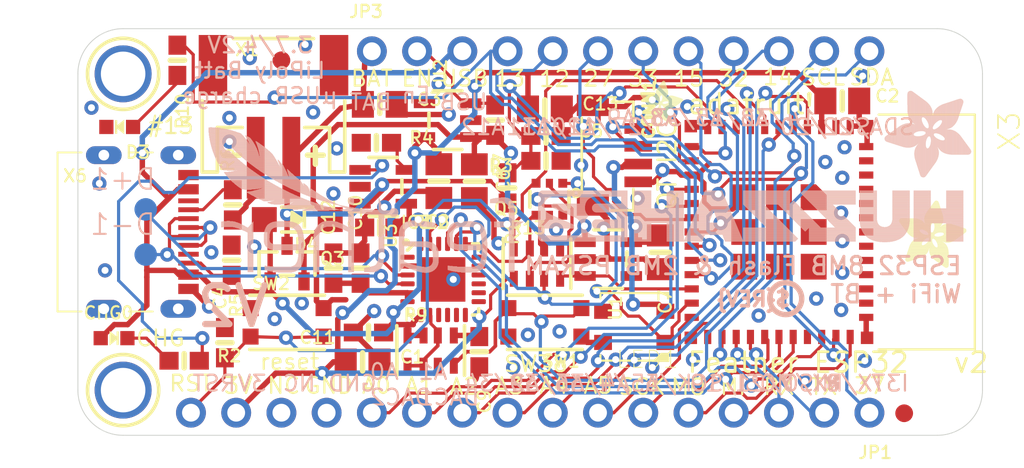
<source format=kicad_pcb>
(kicad_pcb (version 20241229) (generator "pcbnew") (generator_version "9.0")
  (layers (0 "F.Cu" signal) (2 "B.Cu" signal) (13 "F.Paste" user) (15 "B.Paste" user) (5 "F.SilkS" user "F.Silkscreen") (7 "B.SilkS" user "B.Silkscreen") (1 "F.Mask" user) (3 "B.Mask" user) (25 "Edge.Cuts" user))
  (net 0 "")
  (net 1 "GND")
  (net 2 "VBUS")
  (net 3 "VBAT")
  (net 4 "N$1")
  (net 5 "N$3")
  (net 6 "N$4")
  (net 7 "3.3V")
  (net 8 "GPIO0")
  (net 9 "RXD0")
  (net 10 "TXD0")
  (net 11 "RTS")
  (net 12 "DTR")
  (net 13 "N$12")
  (net 14 "N$13")
  (net 15 "EN")
  (net 16 "A1_DAC1")
  (net 17 "A0_DAC2")
  (net 18 "MOSI")
  (net 19 "A5_IO4")
  (net 20 "SDA")
  (net 21 "SCL")
  (net 22 "IO33_A9")
  (net 23 "IO32_A7")
  (net 24 "IO27_A10")
  (net 25 "MISO")
  (net 26 "SCK")
  (net 27 "A4_I36")
  (net 28 "A3_I39")
  (net 29 "IO13_A12")
  (net 30 "A2_I34")
  (net 31 "A13_I35")
  (net 32 "VHI")
  (net 33 "N$5")
  (net 34 "IO12_A11")
  (net 35 "IO15_A8")
  (net 36 "IO14_A6")
  (net 37 "RX/IO7")
  (net 38 "TX/IO8")
  (net 39 "I37")
  (net 40 "CC1")
  (net 41 "CC2")
  (net 42 "D+")
  (net 43 "D-")
  (net 44 "VBUS_DET")
  (net 45 "~{RESET}")
  (net 46 "NEOI2C_PWR")
  (net 47 "V_NEOI2C")
  (net 48 "N$6")
  (net 49 "3.45V")
  (footprint "Adafruit ESP32 Feather V2:0805-NO" (layer "F.Cu") (at 145.3661 102.1511 -90)
    (property "Reference" "C6")
    (property "Value" "10µF")
  )
  (footprint "Adafruit ESP32 Feather V2:dummyfp1" (layer "F.Cu") (at 171.3611 96.1136)
    (property "Reference" "UNK_HOLE_1" (hide yes))
    (property "Value" "")
  )
  (footprint "Adafruit ESP32 Feather V2:FIDUCIAL_1MM" (layer "F.Cu") (at 134.5311 95.3516 -90)
    (property "Reference" "U$34" (hide yes))
    (property "Value" "FIDUCIAL_1MM" (hide yes))
  )
  (footprint "Adafruit ESP32 Feather V2:USB_C_CUSB31-CFM2AX-01-X" (layer "F.Cu") (at 125.7681 105.0036 -90)
    (property "Reference" "X6")
    (property "Value" "USB Type C")
  )
  (footprint "Adafruit ESP32 Feather V2:0603-NO" (layer "F.Cu") (at 139.8651 99.9871)
    (property "Reference" "R4")
    (property "Value" "5.1K")
  )
  (footprint "Adafruit ESP32 Feather V2:SOT363" (layer "F.Cu") (at 149.5806 103.1621 180)
    (property "Reference" "Q5")
    (property "Value" "DUAL NPN")
  )
  (footprint "Adafruit ESP32 Feather V2:QFN24_4MM_SMSC" (layer "F.Cu") (at 143.6116 107.6706)
    (property "Reference" "IC3")
    (property "Value" "CP2102N-24")
  )
  (footprint "Adafruit ESP32 Feather V2:0805-NO" (layer "F.Cu") (at 139.0904 112.3061)
    (property "Reference" "C1")
    (property "Value" "10uF")
  )
  (footprint "Adafruit ESP32 Feather V2:0603-NO" (layer "F.Cu") (at 139.4206 110.6551 180)
    (property "Reference" "C11")
    (property "Value" "0.1uF")
  )
  (footprint "Adafruit ESP32 Feather V2:ADAFRUIT_3.5MM" (layer "F.Cu") (at 169.2021 107.0356)
    (property "Reference" "U$15" (hide yes))
    (property "Value" "" (hide yes))
  )
  (footprint "Adafruit ESP32 Feather V2:0603-NO" (layer "F.Cu") (at 146.5326 98.7171 -90)
    (property "Reference" "R7")
    (property "Value" "100K")
  )
  (footprint "Adafruit ESP32 Feather V2:0805-NO" (layer "F.Cu") (at 140.0556 97.8281)
    (property "Reference" "C3")
    (property "Value" "10µF")
  )
  (footprint "Adafruit ESP32 Feather V2:0603-NO" (layer "F.Cu") (at 129.0701 112.2426)
    (property "Reference" "R2")
    (property "Value" "5.1K")
  )
  (footprint "Adafruit ESP32 Feather V2:CHIPLED_0603_NOOUTLINE" (layer "F.Cu") (at 125.1331 110.9726 -90)
    (property "Reference" "CHG0")
    (property "Value" "ORANGE")
  )
  (footprint "Adafruit ESP32 Feather V2:dummyfp0" (layer "F.Cu") (at 171.3611 113.8936)
    (property "Reference" "UNK_HOLE_0" (hide yes))
    (property "Value" "")
  )
  (footprint "Adafruit ESP32 Feather V2:0603-NO" (layer "F.Cu") (at 147.2311 102.5271 -90)
    (property "Reference" "R1")
    (property "Value" "200K")
  )
  (footprint "Adafruit ESP32 Feather V2:0603-NO" (layer "F.Cu") (at 131.7371 106.5911 -90)
    (property "Reference" "R5")
    (property "Value" "5.1K")
  )
  (footprint "Adafruit ESP32 Feather V2:0603-NO" (layer "F.Cu") (at 140.0556 104.7496)
    (property "Reference" "R12")
    (property "Value" "100K")
  )
  (footprint "Adafruit ESP32 Feather V2:0603-NO" (layer "F.Cu") (at 149.3901 101.0031 180)
    (property "Reference" "R3")
    (property "Value" "200K")
  )
  (footprint "Adafruit ESP32 Feather V2:1X16_ROUND" (layer "F.Cu") (at 148.5011 115.1636 180)
    (property "Reference" "JP1")
    (property "Value" "")
  )
  (footprint "Adafruit ESP32 Feather V2:CHIPLED_0603_NOOUTLINE" (layer "F.Cu") (at 125.4506 99.0981 90)
    (property "Reference" "D3")
    (property "Value" "RED")
  )
  (footprint "Adafruit ESP32 Feather V2:RESPACK_4X0603" (layer "F.Cu") (at 142.9131 111.6711)
    (property "Reference" "R9")
    (property "Value" "47K")
  )
  (footprint "Adafruit ESP32 Feather V2:1X12_ROUND" (layer "F.Cu") (at 153.5811 94.8436)
    (property "Reference" "JP3")
    (property "Value" "")
  )
  (footprint "Adafruit ESP32 Feather V2:FIDUCIAL_1MM" (layer "F.Cu") (at 169.5033 115.1947 -90)
    (property "Reference" "U$35" (hide yes))
    (property "Value" "FIDUCIAL_1MM" (hide yes))
  )
  (footprint "Adafruit ESP32 Feather V2:0805-NO" (layer "F.Cu") (at 155.8036 106.1466 -90)
    (property "Reference" "C7")
    (property "Value" "10µF")
  )
  (footprint "Adafruit ESP32 Feather V2:JSTPH2_BATT" (layer "F.Cu") (at 134.0866 97.1296)
    (property "Reference" "X1")
    (property "Value" "JSTPH")
  )
  (footprint "Adafruit ESP32 Feather V2:ADAFRUIT_2.5MM" (layer "F.Cu") (at 154.6479 98.933)
    (property "Reference" "U$14" (hide yes))
    (property "Value" "" (hide yes))
  )
  (footprint "Adafruit ESP32 Feather V2:SOT23-5" (layer "F.Cu") (at 140.2461 102.4636 -90)
    (property "Reference" "U3")
    (property "Value" "MCP73831T-2ACI/OT")
  )
  (footprint "Adafruit ESP32 Feather V2:SOT23-5" (layer "F.Cu") (at 152.8826 106.5276 -90)
    (property "Reference" "U1")
    (property "Value" "AP2112-3.3")
  )
  (footprint "Adafruit ESP32 Feather V2:0603-NO" (layer "F.Cu") (at 137.4521 107.0356 90)
    (property "Reference" "C12")
    (property "Value" "0.1uF")
  )
  (footprint "Adafruit ESP32 Feather V2:0805-NO" (layer "F.Cu") (at 149.3266 98.0821)
    (property "Reference" "C13")
    (property "Value" "10uF")
  )
  (footprint "Adafruit ESP32 Feather V2:0603-NO" (layer "F.Cu") (at 131.3561 111.2266 90)
    (property "Reference" "C4")
    (property "Value" "1uF")
  )
  (footprint "Adafruit ESP32 Feather V2:0805-NO" (layer "F.Cu") (at 166.0271 97.6376)
    (property "Reference" "C2")
    (property "Value" "10uF")
  )
  (footprint "Adafruit ESP32 Feather V2:MOUNTINGHOLE_2.5_PLATED" (layer "F.Cu") (at 125.6411 96.1136 -90)
    (property "Reference" "U$31" (hide yes))
    (property "Value" "MOUNTINGHOLE2.5" (hide yes))
  )
  (footprint "Adafruit ESP32 Feather V2:SOT23-5" (layer "F.Cu") (at 143.8656 98.7171 90)
    (property "Reference" "U2")
    (property "Value" "AP2112-3.3")
  )
  (footprint "Adafruit ESP32 Feather V2:0603-NO" (layer "F.Cu") (at 138.9761 107.0356 90)
    (property "Reference" "C10")
    (property "Value" "1uF")
  )
  (footprint "Adafruit ESP32 Feather V2:0603-NO" (layer "F.Cu") (at 131.8006 103.4796 90)
    (property "Reference" "R6")
    (property "Value" "5.1K")
  )
  (footprint "Adafruit ESP32 Feather V2:SOD-123" (layer "F.Cu") (at 135.4201 104.3051 180)
    (property "Reference" "D4")
    (property "Value" "MBR540")
  )
  (footprint "Adafruit ESP32 Feather V2:0805-NO" (layer "F.Cu") (at 143.3726 102.1426 -90)
    (property "Reference" "C8")
    (property "Value" "10µF")
  )
  (footprint "Adafruit ESP32 Feather V2:LED3535" (layer "F.Cu") (at 154.3431 110.3376 180)
    (property "Reference" "LED1")
    (property "Value" "WS2812B3535")
  )
  (footprint "Adafruit ESP32 Feather V2:MOUNTINGHOLE_2.5_PLATED" (layer "F.Cu") (at 125.6411 113.8936 -90)
    (property "Reference" "U$32" (hide yes))
    (property "Value" "MOUNTINGHOLE2.5" (hide yes))
  )
  (footprint "Adafruit ESP32 Feather V2:SOT23-R" (layer "F.Cu") (at 134.8486 106.7816)
    (property "Reference" "Q3")
    (property "Value" "DMG3415U")
  )
  (footprint "Adafruit ESP32 Feather V2:BTN_KMR2_4.6X2.8" (layer "F.Cu") (at 134.8486 110.0836)
    (property "Reference" "SW2")
    (property "Value" "KMR2")
  )
  (footprint "Adafruit ESP32 Feather V2:JST_SH4_RA" (layer "F.Cu") (at 152.8826 100.6856 -90)
    (property "Reference" "CONN1")
    (property "Value" "STEMMA_I2C_QTRA")
  )
  (footprint "Adafruit ESP32 Feather V2:BTN_KMR2_4.6X2.8" (layer "F.Cu") (at 149.3266 110.0836 180)
    (property "Reference" "SW1")
    (property "Value" "KMR2")
  )
  (footprint "Adafruit ESP32 Feather V2:ESP32-PICO-MINI" (layer "F.Cu") (at 162.4711 105.0036 -90)
    (property "Reference" "X3")
    (property "Value" "ESP32-PICO-MINI-02MINI")
  )
  (footprint "Adafruit ESP32 Feather V2:0603-NO" (layer "F.Cu") (at 149.3901 99.6061)
    (property "Reference" "C5")
    (property "Value" "1uF")
  )
  (footprint "Adafruit ESP32 Feather V2:0603-NO" (layer "F.Cu") (at 128.6891 95.3516 -90)
    (property "Reference" "R10")
    (property "Value" "5.1K")
  )
  (footprint "Adafruit ESP32 Feather V2:0603-NO" (layer "F.Cu") (at 145.6436 111.7346 -90)
    (property "Reference" "C9")
    (property "Value" "1uF")
  )
  (footprint "Adafruit ESP32 Feather V2:RESPACK_4X0603" (layer "F.Cu") (at 148.8821 106.7816)
    (property "Reference" "R13")
    (property "Value" "10K")
  )
  (footprint "Adafruit ESP32 Feather V2:HUZZAH32" (layer "B.Cu") (at 172.8216 105.5751 180)
    (property "Reference" "U$43" (hide yes))
    (property "Value" "" (hide yes))
  )
  (footprint "Adafruit ESP32 Feather V2:ADAFRUIT_5MM" (layer "B.Cu") (at 173.2661 97.0661 -90)
    (property "Reference" "U$7" (hide yes))
    (property "Value" "" (hide yes))
  )
  (footprint "Adafruit ESP32 Feather V2:FEATHERLOGO_MED" (layer "B.Cu") (at 148.2471 107.3531 180)
    (property "Reference" "U$9" (hide yes))
    (property "Value" "" (hide yes))
  )
  (footprint "Adafruit ESP32 Feather V2:PCBFEAT-REV-040" (layer "B.Cu") (at 162.8521 108.7501 180)
    (property "Reference" "U$13" (hide yes))
    (property "Value" "" (hide yes))
  )
  (footprint "Adafruit ESP32 Feather V2:B1,27_385" (layer "B.Cu") (at 126.9111 103.7336 180)
    (property "Reference" "D+1")
    (property "Value" "TPB1,27")
  )
  (footprint "Adafruit ESP32 Feather V2:B1,27_385" (layer "B.Cu") (at 126.9111 106.2736 180)
    (property "Reference" "D-1")
    (property "Value" "TPB1,27")
  )
  (gr_line (start 123.1011 96.1136) (end 123.1011 113.8936) (stroke (width 0.05)) (layer "Edge.Cuts"))
  (gr_line (start 173.9011 113.8936) (end 173.9011 96.1136) (stroke (width 0.05)) (layer "Edge.Cuts"))
  (gr_arc (start 125.6411 116.4336) (mid 123.845049 115.689651) (end 123.1011 113.8936) (stroke (width 0.05)) (layer "Edge.Cuts"))
  (gr_arc (start 171.3611 93.5736) (mid 173.157151 94.317549) (end 173.9011 96.1136) (stroke (width 0.05)) (layer "Edge.Cuts"))
  (gr_arc (start 123.1011 96.1136) (mid 123.845049 94.317549) (end 125.6411 93.5736) (stroke (width 0.05)) (layer "Edge.Cuts"))
  (gr_arc (start 173.9011 113.8936) (mid 173.157151 115.689651) (end 171.3611 116.4336) (stroke (width 0.05)) (layer "Edge.Cuts"))
  (gr_line (start 125.6411 116.4336) (end 171.3611 116.4336) (stroke (width 0.05)) (layer "Edge.Cuts"))
  (gr_line (start 171.3611 93.5736) (end 125.6411 93.5736) (stroke (width 0.05)) (layer "Edge.Cuts"))
  (gr_text "3V" (at 132.1181 113.6396 0) (layer "F.SilkS") (effects (font (size 0.89408 0.89408) (thickness 0.12192))))
  (gr_text "A5" (at 152.3111 113.6396 0) (layer "F.SilkS") (effects (font (size 0.89408 0.89408) (thickness 0.12192))))
  (gr_text "GND" (at 137.1981 113.6396 0) (layer "F.SilkS") (effects (font (size 0.89408 0.89408) (thickness 0.12192))))
  (gr_text "SW38" (at 148.8313 112.4204 0) (layer "F.SilkS") (effects (font (size 0.89408 0.89408) (thickness 0.12192))))
  (gr_text "RX" (at 162.4711 113.7031 0) (layer "F.SilkS") (effects (font (size 0.89408 0.89408) (thickness 0.12192))))
  (gr_text "CHG" (at 127.7366 110.9726 0) (layer "F.SilkS") (effects (font (size 0.89408 0.89408) (thickness 0.12192))))
  (gr_text "15" (at 157.4165 96.3676 0) (layer "F.SilkS") (effects (font (size 0.89408 0.89408) (thickness 0.12192))))
  (gr_text "A2" (at 144.7927 113.6904 0) (layer "F.SilkS") (effects (font (size 0.89408 0.89408) (thickness 0.12192))))
  (gr_text "33" (at 154.8511 96.3803 0) (layer "F.SilkS") (effects (font (size 0.89408 0.89408) (thickness 0.12192))))
  (gr_text "27" (at 152.3365 96.3676 0) (layer "F.SilkS") (effects (font (size 0.89408 0.89408) (thickness 0.12192))))
  (gr_text "13" (at 147.3581 96.3676 0) (layer "F.SilkS") (effects (font (size 0.89408 0.89408) (thickness 0.12192))))
  (gr_text "RST" (at 129.4511 113.5126 0) (layer "F.SilkS") (effects (font (size 0.89408 0.89408) (thickness 0.12192))))
  (gr_text "EN" (at 142.1511 96.3676 0) (layer "F.SilkS") (effects (font (size 0.89408 0.89408) (thickness 0.12192))))
  (gr_text "MO" (at 157.3911 113.7158 0) (layer "F.SilkS") (effects (font (size 0.89408 0.89408) (thickness 0.12192))))
  (gr_text "12" (at 149.8727 96.393 0) (layer "F.SilkS") (effects (font (size 0.89408 0.89408) (thickness 0.12192))))
  (gr_text "32" (at 159.9311 96.3676 0) (layer "F.SilkS") (effects (font (size 0.89408 0.89408) (thickness 0.12192))))
  (gr_text "14" (at 162.433 96.2914 0) (layer "F.SilkS") (effects (font (size 0.89408 0.89408) (thickness 0.12192))))
  (gr_text "BAT" (at 139.6111 96.3676 0) (layer "F.SilkS") (effects (font (size 0.89408 0.89408) (thickness 0.12192))))
  (gr_text "A3" (at 147.3327 113.665 0) (layer "F.SilkS") (effects (font (size 0.89408 0.89408) (thickness 0.12192))))
  (gr_text "SDA" (at 167.6781 96.3041 0) (layer "F.SilkS") (effects (font (size 0.89408 0.89408) (thickness 0.12192))))
  (gr_text "SCK" (at 154.7876 113.7031 0) (layer "F.SilkS") (effects (font (size 0.89408 0.89408) (thickness 0.12192))))
  (gr_text "MI" (at 159.893 113.7158 0) (layer "F.SilkS") (effects (font (size 0.89408 0.89408) (thickness 0.12192))))
  (gr_text "QT I2C" (at 156.1973 101.2571 90) (layer "F.SilkS") (effects (font (size 1.00584 1.00584) (thickness 0.13716))))
  (gr_text "TX" (at 164.9857 113.7031 0) (layer "F.SilkS") (effects (font (size 0.89408 0.89408) (thickness 0.12192))))
  (gr_text "Feather ESP32   v2" (at 165.7858 112.3442 0) (layer "F.SilkS") (effects (font (size 1.1176 1.1176) (thickness 0.1524))))
  (gr_text "USB" (at 144.8181 96.3676 0) (layer "F.SilkS") (effects (font (size 0.89408 0.89408) (thickness 0.12192))))
  (gr_text "adafruit!" (at 157.2641 98.4631 0) (layer "F.SilkS") (effects (font (size 1.1176 1.1176) (thickness 0.1524)) (justify left bottom)))
  (gr_text "NC" (at 134.6581 113.6396 0) (layer "F.SilkS") (effects (font (size 0.89408 0.89408) (thickness 0.12192))))
  (gr_text "A4" (at 149.8346 113.6396 0) (layer "F.SilkS") (effects (font (size 0.89408 0.89408) (thickness 0.12192))))
  (gr_text "A1" (at 142.2781 113.6396 0) (layer "F.SilkS") (effects (font (size 0.89408 0.89408) (thickness 0.12192))))
  (gr_text "reset" (at 134.9883 112.2934 0) (layer "F.SilkS") (effects (font (size 0.89408 0.89408) (thickness 0.12192))))
  (gr_text "SCL" (at 164.9476 96.3041 0) (layer "F.SilkS") (effects (font (size 0.89408 0.89408) (thickness 0.12192))))
  (gr_text "#13" (at 128.3081 99.0346 0) (layer "F.SilkS") (effects (font (size 0.89408 0.89408) (thickness 0.12192))))
  (gr_text "37" (at 167.5638 113.6523 0) (layer "F.SilkS") (effects (font (size 0.89408 0.89408) (thickness 0.12192))))
  (gr_text "A0" (at 139.8651 113.6396 0) (layer "F.SilkS") (effects (font (size 0.89408 0.89408) (thickness 0.12192))))
  (gr_text "MOSI/19" (at 157.3911 113.5126 0) (layer "B.SilkS") (effects (font (size 0.89408 0.89408) (thickness 0.12192)) (justify right mirror)))
  (gr_text "TX/8" (at 165.0111 113.5126 0) (layer "B.SilkS") (effects (font (size 0.89408 0.89408) (thickness 0.12192)) (justify right mirror)))
  (gr_text "3.7/4.2V\nLiPoly Batt\nµUSB charge" (at 133.3246 95.9231 -0) (layer "B.SilkS") (effects (font (size 0.88392 0.88392) (thickness 0.13208)) (justify mirror)))
  (gr_text "SDA/22" (at 167.4876 99.0981 0) (layer "B.SilkS") (effects (font (size 0.89408 0.89408) (thickness 0.12192)) (justify mirror)))
  (gr_text "MISO/21" (at 159.9311 113.5126 0) (layer "B.SilkS") (effects (font (size 0.89408 0.89408) (thickness 0.12192)) (justify right mirror)))
  (gr_text "32/A7" (at 159.8676 98.5901 0) (layer "B.SilkS") (effects (font (size 0.89408 0.89408) (thickness 0.12192)) (justify mirror)))
  (gr_text "En" (at 142.0876 97.3201 0) (layer "B.SilkS") (effects (font (size 0.89408 0.89408) (thickness 0.12192)) (justify mirror)))
  (gr_text "RX/7" (at 162.4711 113.5126 0) (layer "B.SilkS") (effects (font (size 0.89408 0.89408) (thickness 0.12192)) (justify right mirror)))
  (gr_text "A0\nDAC2" (at 139.4206 113.5761 0) (layer "B.SilkS") (effects (font (size 0.89408 0.89408) (thickness 0.12192)) (justify right mirror)))
  (gr_text "I37" (at 167.5511 113.5126 0) (layer "B.SilkS") (effects (font (size 0.89408 0.89408) (thickness 0.12192)) (justify right mirror)))
  (gr_text "NC" (at 134.5311 113.5126 0) (layer "B.SilkS") (effects (font (size 0.89408 0.89408) (thickness 0.12192)) (justify right mirror)))
  (gr_text "RST" (at 129.4511 113.5126 0) (layer "B.SilkS") (effects (font (size 0.89408 0.89408) (thickness 0.12192)) (justify right mirror)))
  (gr_text "A5/4" (at 152.2476 113.5126 0) (layer "B.SilkS") (effects (font (size 0.89408 0.89408) (thickness 0.12192)) (justify right mirror)))
  (gr_text "A4/36" (at 149.7711 113.5126 0) (layer "B.SilkS") (effects (font (size 0.89408 0.89408) (thickness 0.12192)) (justify right mirror)))
  (gr_text "15/A8" (at 157.3276 98.5901 0) (layer "B.SilkS") (effects (font (size 0.89408 0.89408) (thickness 0.12192)) (justify mirror)))
  (gr_text "SCL/20" (at 165.0746 99.0981 0) (layer "B.SilkS") (effects (font (size 0.89408 0.89408) (thickness 0.12192)) (justify mirror)))
  (gr_text "BAT" (at 139.5476 97.7011 0) (layer "B.SilkS") (effects (font (size 0.89408 0.89408) (thickness 0.12192)) (justify mirror)))
  (gr_text "14/A6" (at 162.4076 98.5901 0) (layer "B.SilkS") (effects (font (size 0.89408 0.89408) (thickness 0.12192)) (justify mirror)))
  (gr_text "3V" (at 131.9911 113.5126 0) (layer "B.SilkS") (effects (font (size 0.89408 0.89408) (thickness 0.12192)) (justify right mirror)))
  (gr_text "A1\nDAC1" (at 142.1511 113.5761 0) (layer "B.SilkS") (effects (font (size 0.89408 0.89408) (thickness 0.12192)) (justify right mirror)))
  (gr_text "12/A11" (at 149.7076 99.0981 0) (layer "B.SilkS") (effects (font (size 0.89408 0.89408) (thickness 0.12192)) (justify mirror)))
  (gr_text "GND" (at 137.0711 113.5126 0) (layer "B.SilkS") (effects (font (size 0.89408 0.89408) (thickness 0.12192)) (justify right mirror)))
  (gr_text "SCK/5" (at 154.8511 113.5126 0) (layer "B.SilkS") (effects (font (size 0.89408 0.89408) (thickness 0.12192)) (justify right mirror)))
  (gr_text "A2/34" (at 144.6911 113.5126 0) (layer "B.SilkS") (effects (font (size 0.89408 0.89408) (thickness 0.12192)) (justify right mirror)))
  (gr_text "USB" (at 144.7546 97.7011 0) (layer "B.SilkS") (effects (font (size 0.89408 0.89408) (thickness 0.12192)) (justify mirror)))
  (gr_text "V2" (at 134.0231 110.4646 -0) (layer "B.SilkS") (effects (font (size 2.1844 2.1844) (thickness 0.3556)) (justify left bottom mirror)))
  (gr_text "A3/39" (at 147.2311 113.5126 0) (layer "B.SilkS") (effects (font (size 0.89408 0.89408) (thickness 0.12192)) (justify right mirror)))
  (gr_text "13/A12" (at 147.1676 99.0981 0) (layer "B.SilkS") (effects (font (size 0.89408 0.89408) (thickness 0.12192)) (justify mirror)))
  (gr_text "27/A10" (at 152.2476 99.0981 0) (layer "B.SilkS") (effects (font (size 0.89408 0.89408) (thickness 0.12192)) (justify mirror)))
  (gr_text "33/A9" (at 154.9146 98.5901 0) (layer "B.SilkS") (effects (font (size 0.89408 0.89408) (thickness 0.12192)) (justify mirror)))
  (gr_text "ESP32 8MB Flash & 2MB PSRAM\nWiFi + BT" (at 172.8216 109.0676 -0) (layer "B.SilkS") (effects (font (size 0.98298 0.98298) (thickness 0.16002)) (justify left bottom mirror)))
  (segment (start 139.840975 103.8606) (end 140.2461 103.8606) (width 0.3048) (layer "F.Cu") (net 1))
  (segment (start 152.0204 103.4856) (end 152.8191 104.2843) (width 0.3048) (layer "F.Cu") (net 1))
  (segment (start 167.3711 110.9036) (end 167.3711 109.8036) (width 0.3048) (layer "F.Cu") (net 1))
  (segment (start 152.0204 97.8856) (end 152.3111 98.1763) (width 0.3048) (layer "F.Cu") (net 1))
  (segment (start 146.4691 104.3686) (end 146.4691 105.3846) (width 0.3048) (layer "F.Cu") (net 1))
  (segment (start 138.5706 110.6551) (end 140.0404 112.1249) (width 0.3048) (layer "F.Cu") (net 1))
  (segment (start 157.5711 101.8036) (end 157.8233 101.8036) (width 0.254) (layer "F.Cu") (net 1))
  (segment (start 140.2461 103.3526) (end 140.8811 102.7176) (width 0.3048) (layer "F.Cu") (net 1))
  (segment (start 158.2801 102.2604) (end 158.2801 103.3272) (width 0.254) (layer "F.Cu") (net 1))
  (segment (start 137.4521 106.1856) (end 138.9761 106.1856) (width 0.3048) (layer "F.Cu") (net 1))
  (segment (start 140.2461 103.8606) (end 140.2461 103.3526) (width 0.3048) (layer "F.Cu") (net 1))
  (segment (start 140.0404 112.1249) (end 140.0404 112.3061) (width 0.3048) (layer "F.Cu") (net 1))
  (segment (start 138.5706 110.6551) (end 138.5706 110.6161) (width 0.3048) (layer "F.Cu") (net 1))
  (segment (start 158.6611 103.7082) (end 158.2801 103.3272) (width 0.254) (layer "F.Cu") (net 1))
  (segment (start 156.9851 101.8036) (end 156.792631 101.611132) (width 0.3048) (layer "F.Cu") (net 1))
  (segment (start 129.4761 108.2036) (end 130.4671 109.1946) (width 0.3048) (layer "F.Cu") (net 1))
  (segment (start 136.4996 108.8846) (end 136.8986 109.2836) (width 0.3048) (layer "F.Cu") (net 1))
  (segment (start 138.5706 110.6161) (end 139.7381 109.4486) (width 0.3048) (layer "F.Cu") (net 1))
  (segment (start 151.5825 106.5276) (end 153.0096 106.5276) (width 0.3048) (layer "F.Cu") (net 1))
  (segment (start 152.8191 106.3371) (end 153.0096 106.5276) (width 0.3048) (layer "F.Cu") (net 1))
  (segment (start 167.4211 110.9536) (end 167.3711 110.9036) (width 0.3048) (layer "F.Cu") (net 1))
  (segment (start 139.2056 104.7496) (end 139.2056 105.5116) (width 0.3048) (layer "F.Cu") (net 1))
  (segment (start 152.0204 97.8856) (end 152.0899 97.9551) (width 0.3048) (layer "F.Cu") (net 1))
  (segment (start 160.5211 103.0536) (end 159.8665 103.7082) (width 0.3048) (layer "F.Cu") (net 1))
  (segment (start 158.2166 110.1471) (end 158.5341 110.1471) (width 0.1778) (layer "F.Cu") (net 1))
  (segment (start 145.3661 103.2656) (end 146.4691 104.3686) (width 0.3048) (layer "F.Cu") (net 1))
  (segment (start 132.5399 103.5903) (end 131.8006 104.3296) (width 0.3048) (layer "F.Cu") (net 1))
  (segment (start 133.0866 100.8296) (end 133.0866 102.921625) (width 0.3048) (layer "F.Cu") (net 1))
  (segment (start 157.5711 99.1036) (end 157.5211 99.0536) (width 0.3048) (layer "F.Cu") (net 1))
  (segment (start 166.9771 98.6096) (end 166.9771 97.6376) (width 0.3048) (layer "F.Cu") (net 1))
  (segment (start 139.2056 105.5116) (end 138.5316 106.1856) (width 0.3048) (layer "F.Cu") (net 1))
  (segment (start 167.4211 99.0536) (end 167.4211 100.1536) (width 0.3048) (layer "F.Cu") (net 1))
  (segment (start 157.5211 110.8426) (end 158.2166 110.1471) (width 0.1778) (layer "F.Cu") (net 1))
  (segment (start 154.3431 97.4471) (end 153.8351 97.9551) (width 0.3048) (layer "F.Cu") (net 1))
  (segment (start 156.021068 101.611132) (end 155.4226 102.2096) (width 0.3048) (layer "F.Cu") (net 1))
  (segment (start 146.4691 105.3846) (end 146.7231 105.6386) (width 0.3048) (layer "F.Cu") (net 1))
  (segment (start 151.7056 111.2126) (end 152.5931 111.2126) (width 0.3048) (layer "F.Cu") (net 1))
  (segment (start 157.8233 101.8036) (end 158.2801 102.2604) (width 0.254) (layer "F.Cu") (net 1))
  (segment (start 139.2056 104.2026) (end 139.3894 104.0188) (width 0.3048) (layer "F.Cu") (net 1))
  (segment (start 139.682775 104.0188) (end 139.840975 103.8606) (width 0.3048) (layer "F.Cu") (net 1))
  (segment (start 154.5926 102.2096) (end 154.5686 102.1856) (width 0.3048) (layer "F.Cu") (net 1))
  (segment (start 159.8665 103.7082) (end 158.6611 103.7082) (width 0.3048) (layer "F.Cu") (net 1))
  (segment (start 140.8811 102.7176) (end 142.9976 102.7176) (width 0.3048) (layer "F.Cu") (net 1))
  (segment (start 137.4521 106.1856) (end 136.4996 106.1856) (width 0.3048) (layer "F.Cu") (net 1))
  (segment (start 151.1986 97.8856) (end 152.0204 97.8856) (width 0.3048) (layer "F.Cu") (net 1))
  (segment (start 136.4996 108.8846) (end 136.4996 106.1856) (width 0.3048) (layer "F.Cu") (net 1))
  (segment (start 142.9976 102.7176) (end 143.3726 103.0926) (width 0.3048) (layer "F.Cu") (net 1))
  (segment (start 142.8616 106.9206) (end 143.6116 107.6706) (width 0.3048) (layer "F.Cu") (net 1))
  (segment (start 139.2056 104.7496) (end 139.2056 104.2026) (width 0.3048) (layer "F.Cu") (net 1))
  (segment (start 141.5771 98.3996) (end 143.9291 98.3996) (width 0.3048) (layer "F.Cu") (net 1))
  (segment (start 166.5211 99.0536) (end 167.4211 99.0536) (width 0.3048) (layer "F.Cu") (net 1))
  (segment (start 132.5399 103.468325) (end 132.5399 103.5903) (width 0.3048) (layer "F.Cu") (net 1))
  (segment (start 157.5711 101.8036) (end 156.9851 101.8036) (width 0.3048) (layer "F.Cu") (net 1))
  (segment (start 156.792631 101.611132) (end 156.021068 101.611132) (width 0.3048) (layer "F.Cu") (net 1))
  (segment (start 139.3894 104.0188) (end 139.682775 104.0188) (width 0.3048) (layer "F.Cu") (net 1))
  (segment (start 157.8987 101.8036) (end 158.55315 101.14915) (width 0.3048) (layer "F.Cu") (net 1))
  (segment (start 153.8351 97.9551) (end 152.0899 97.9551) (width 0.3048) (layer "F.Cu") (net 1))
  (segment (start 145.3661 103.1011) (end 145.3661 103.2656) (width 0.3048) (layer "F.Cu") (net 1))
  (segment (start 151.1986 97.8856) (end 150.2401 98.8441) (width 0.3048) (layer "F.Cu") (net 1))
  (segment (start 153.0096 106.5276) (end 154.9171 106.5276) (width 0.3048) (layer "F.Cu") (net 1))
  (segment (start 155.4226 102.2096) (end 154.5926 102.2096) (width 0.3048) (layer "F.Cu") (net 1))
  (segment (start 157.5711 101.8036) (end 157.8987 101.8036) (width 0.3048) (layer "F.Cu") (net 1))
  (segment (start 141.0056 97.8281) (end 141.5771 98.3996) (width 0.3048) (layer "F.Cu") (net 1))
  (segment (start 155.3591 97.5741) (end 155.2321 97.4471) (width 0.3048) (layer "F.Cu") (net 1))
  (segment (start 158.4711 99.1036) (end 157.5711 99.1036) (width 0.3048) (layer "F.Cu") (net 1))
  (segment (start 141.6116 106.9206) (end 142.8616 106.9206) (width 0.3048) (layer "F.Cu") (net 1))
  (segment (start 133.0866 102.921625) (end 132.5399 103.468325) (width 0.3048) (layer "F.Cu") (net 1))
  (segment (start 155.4861 107.0966) (end 155.8036 107.0966) (width 0.3048) (layer "F.Cu") (net 1))
  (segment (start 151.3766 110.8836) (end 151.7056 111.2126) (width 0.3048) (layer "F.Cu") (net 1))
  (segment (start 157.5211 110.9536) (end 157.5211 110.8426) (width 0.1778) (layer "F.Cu") (net 1))
  (segment (start 155.4861 107.0966) (end 154.9171 106.5276) (width 0.3048) (layer "F.Cu") (net 1))
  (segment (start 150.2401 98.8441) (end 150.2401 99.6061) (width 0.3048) (layer "F.Cu") (net 1))
  (segment (start 152.8191 104.2843) (end 152.8191 106.3371) (width 0.3048) (layer "F.Cu") (net 1))
  (segment (start 137.3686 108.8136) (end 138.1459 108.8136) (width 0.3048) (layer "F.Cu") (net 1))
  (segment (start 167.4211 99.0536) (end 166.9771 98.6096) (width 0.3048) (layer "F.Cu") (net 1))
  (segment (start 137.4521 106.1856) (end 138.5316 106.1856) (width 0.3048) (layer "F.Cu") (net 1))
  (segment (start 152.3111 98.1763) (end 152.3111 98.8441) (width 0.3048) (layer "F.Cu") (net 1))
  (segment (start 155.2321 97.4471) (end 154.3431 97.4471) (width 0.3048) (layer "F.Cu") (net 1))
  (segment (start 167.4211 100.1536) (end 167.3711 100.2036) (width 0.3048) (layer "F.Cu") (net 1))
  (segment (start 136.8986 109.2836) (end 137.3686 108.8136) (width 0.3048) (layer "F.Cu") (net 1))
  (segment (start 129.3131 108.2036) (end 129.4761 108.2036) (width 0.3048) (layer "F.Cu") (net 1))
  (segment (start 145.6436 112.5846) (end 145.4522 113.284) (width 0.3048) (layer "F.Cu") (net 1))
  (segment (start 166.4711 99.1036) (end 166.5211 99.0536) (width 0.3048) (layer "F.Cu") (net 1))
  (via (at 132.7531 95.2246) (size 0.8001) (drill 0.3937) (layers "F.Cu" "B.Cu") (net 1))
  (via (at 124.3076 102.2731) (size 0.8001) (drill 0.3937) (layers "F.Cu" "B.Cu") (net 1))
  (via (at 164.5666 108.7501) (size 0.8001) (drill 0.3937) (layers "F.Cu" "B.Cu") (net 1))
  (via (at 155.3591 97.5741) (size 0.8001) (drill 0.3937) (layers "F.Cu" "B.Cu") (net 1))
  (via (at 131.6101 98.5901) (size 0.8001) (drill 0.3937) (layers "F.Cu" "B.Cu") (net 1))
  (via (at 134.1501 109.8931) (size 0.8001) (drill 0.3937) (layers "F.Cu" "B.Cu") (net 1))
  (via (at 131.6101 99.9236) (size 0.8001) (drill 0.3937) (layers "F.Cu" "B.Cu") (net 1))
  (via (at 157.6451 112.1791) (size 0.8001) (drill 0.3937) (layers "F.Cu" "B.Cu") (net 1))
  (via (at 155.9306 101.5238) (size 0.8001) (drill 0.3937) (layers "F.Cu" "B.Cu") (net 1))
  (via (at 165.9636 109.3851) (size 0.8001) (drill 0.3937) (layers "F.Cu" "B.Cu") (net 1))
  (via (at 139.7381 109.4486) (size 0.8001) (drill 0.3937) (layers "F.Cu" "B.Cu") (net 1))
  (via (at 144.1831 107.6706) (size 0.8001) (drill 0.3937) (layers "F.Cu" "B.Cu") (net 1))
  (via (at 123.8631 98.0186) (size 0.8001) (drill 0.3937) (layers "F.Cu" "B.Cu") (net 1))
  (via (at 143.9291 98.3996) (size 0.8001) (drill 0.3937) (layers "F.Cu" "B.Cu") (net 1))
  (via (at 167.2971 112.2426) (size 0.8001) (drill 0.3937) (layers "F.Cu" "B.Cu") (net 1))
  (via (at 161.3281 109.7026) (size 0.8001) (drill 0.3937) (layers "F.Cu" "B.Cu") (net 1))
  (via (at 136.3091 98.2726) (size 0.8001) (drill 0.3937) (layers "F.Cu" "B.Cu") (net 1))
  (via (at 157.3276 97.9551) (size 0.8001) (drill 0.3937) (layers "F.Cu" "B.Cu") (net 1))
  (via (at 130.4671 109.1946) (size 0.8001) (drill 0.3937) (layers "F.Cu" "B.Cu") (net 1))
  (via (at 124.6251 107.1626) (size 0.8001) (drill 0.3937) (layers "F.Cu" "B.Cu") (net 1))
  (via (at 163.9316 113.3856) (size 0.8001) (drill 0.3937) (layers "F.Cu" "B.Cu") (net 1))
  (via (at 151.3586 101.2571) (size 0.8001) (drill 0.3937) (layers "F.Cu" "B.Cu") (net 1))
  (via (at 137.6426 100.3046) (size 0.8001) (drill 0.3937) (layers "F.Cu" "B.Cu") (net 1))
  (via (at 167.1701 96.2406) (size 0.8001) (drill 0.3937) (layers "F.Cu" "B.Cu") (net 1))
  (via (at 149.9616 104.8766) (size 0.8001) (drill 0.3937) (layers "F.Cu" "B.Cu") (net 1))
  (via (at 135.6741 109.0041) (size 0.8001) (drill 0.3937) (layers "F.Cu" "B.Cu") (net 1))
  (via (at 166.0271 107.2896) (size 0.8001) (drill 0.3937) (layers "F.Cu" "B.Cu") (net 1))
  (via (at 166.0271 101.9556) (size 0.8001) (drill 0.3937) (layers "F.Cu" "B.Cu") (net 1))
  (via (at 152.6286 104.8131) (size 0.8001) (drill 0.3937) (layers "F.Cu" "B.Cu") (net 1))
  (via (at 166.1541 100.2411) (size 0.8001) (drill 0.3937) (layers "F.Cu" "B.Cu") (net 1))
  (via (at 150.1521 110.5916) (size 0.8001) (drill 0.3937) (layers "F.Cu" "B.Cu") (net 1))
  (via (at 143.3576 96.6851) (size 0.8001) (drill 0.3937) (layers "F.Cu" "B.Cu") (net 1))
  (via (at 148.3741 110.7821) (size 0.8001) (drill 0.3937) (layers "F.Cu" "B.Cu") (net 1))
  (via (at 133.0071 105.8291) (size 0.8001) (drill 0.3937) (layers "F.Cu" "B.Cu") (net 1))
  (via (at 165.9636 103.9241) (size 0.8001) (drill 0.3937) (layers "F.Cu" "B.Cu") (net 1))
  (via (at 135.8646 94.4626) (size 0.8001) (drill 0.3937) (layers "F.Cu" "B.Cu") (net 1))
  (via (at 154.5336 103.1113) (size 0.8001) (drill 0.3937) (layers "F.Cu" "B.Cu") (net 1))
  (via (at 137.4521 102.8446) (size 0.8001) (drill 0.3937) (layers "F.Cu" "B.Cu") (net 1))
  (via (at 147.5486 112.6236) (size 0.8001) (drill 0.3937) (layers "F.Cu" "B.Cu") (net 1))
  (via (at 165.0746 101.0666) (size 0.8001) (drill 0.3937) (layers "F.Cu" "B.Cu") (net 1))
  (via (at 146.7231 105.6386) (size 0.8001) (drill 0.3937) (layers "F.Cu" "B.Cu") (net 1))
  (via (at 140.3096 103.6066) (size 0.8001) (drill 0.3937) (layers "F.Cu" "B.Cu") (net 1))
  (via (at 166.0271 105.5116) (size 0.8001) (drill 0.3937) (layers "F.Cu" "B.Cu") (net 1))
  (via (at 155.3591 112.6236) (size 0.8001) (drill 0.3937) (layers "F.Cu" "B.Cu") (net 1))
  (via (at 130.5941 106.1466) (size 0.8001) (drill 0.3937) (layers "F.Cu" "B.Cu") (net 1))
  (segment (start 133.3111 108.3691) (end 133.9596 108.3691) (width 0.3048) (layer "F.Cu") (net 2))
  (segment (start 141.3501 104.3051) (end 141.7066 104.3051) (width 0.3048) (layer "F.Cu") (net 2))
  (segment (start 129.3131 102.6036) (end 128.718956 102.6036) (width 0.3048) (layer "F.Cu") (net 2))
  (segment (start 128.718956 102.6036) (end 128.202528 103.120029) (width 0.3048) (layer "F.Cu") (net 2))
  (segment (start 142.3616 109.6706) (end 141.9306 110.1016) (width 0.3048) (layer "F.Cu") (net 2))
  (segment (start 126.7206 101.6381) (end 128.202528 103.120029) (width 0.3048) (layer "F.Cu") (net 2))
  (segment (start 125.1451 110.2106) (end 125.8951 110.2106) (width 0.3048) (layer "F.Cu") (net 2))
  (segment (start 128.202528 103.120029) (end 127.080556 104.242) (width 0.3048) (layer "F.Cu") (net 2))
  (segment (start 141.6131 110.2106) (end 141.9306 110.2106) (width 0.3048) (layer "F.Cu") (net 2))
  (segment (start 133.8986 107.7816) (end 133.3111 108.3691) (width 0.3048) (layer "F.Cu") (net 2))
  (segment (start 140.8176 110.1081) (end 140.8176 109.5121) (width 0.3048) (layer "F.Cu") (net 2))
  (segment (start 126.9746 107.5436) (end 126.9742 107.5432) (width 0.3048) (layer "F.Cu") (net 2))
  (segment (start 129.3131 107.4036) (end 129.9461 107.4036) (width 0.3048) (layer "F.Cu") (net 2))
  (segment (start 133.9596 108.3691) (end 134.5946 109.0041) (width 0.3048) (layer "F.Cu") (net 2))
  (segment (start 126.7206 100.5586) (end 126.7206 101.6381) (width 0.3048) (layer "F.Cu") (net 2))
  (segment (start 130.9116 108.3691) (end 133.3111 108.3691) (width 0.3048) (layer "F.Cu") (net 2))
  (segment (start 141.6131 110.2106) (end 141.6131 110.8211) (width 0.3048) (layer "F.Cu") (net 2))
  (segment (start 128.541056 107.1622) (end 128.782456 107.4036) (width 0.3048) (layer "F.Cu") (net 2))
  (segment (start 141.9306 110.1016) (end 141.9306 110.2106) (width 0.3048) (layer "F.Cu") (net 2))
  (segment (start 127.080556 104.242) (end 126.9746 104.242) (width 0.3048) (layer "F.Cu") (net 2))
  (segment (start 125.8951 110.2106) (end 126.9746 109.1311) (width 0.3048) (layer "F.Cu") (net 2))
  (segment (start 126.9746 104.242) (end 126.9746 107.1622) (width 0.3048) (layer "F.Cu") (net 2))
  (segment (start 141.7066 103.574) (end 141.5462 103.4136) (width 0.3048) (layer "F.Cu") (net 2))
  (segment (start 133.5701 104.3051) (end 133.8986 104.6336) (width 0.3048) (layer "F.Cu") (net 2))
  (segment (start 126.9742 107.1622) (end 126.9742 107.5432) (width 0.3048) (layer "F.Cu") (net 2))
  (segment (start 126.9746 109.1311) (end 126.9746 107.5436) (width 0.3048) (layer "F.Cu") (net 2))
  (segment (start 140.2706 110.6551) (end 140.8176 110.1081) (width 0.3048) (layer "F.Cu") (net 2))
  (segment (start 141.7066 104.3051) (end 142.2146 104.3051) (width 0.3048) (layer "F.Cu") (net 2))
  (segment (start 133.8986 104.6336) (end 133.8986 107.7816) (width 0.3048) (layer "F.Cu") (net 2))
  (segment (start 140.7151 110.2106) (end 141.6131 110.2106) (width 0.3048) (layer "F.Cu") (net 2))
  (segment (start 140.2706 110.6551) (end 140.7151 110.2106) (width 0.3048) (layer "F.Cu") (net 2))
  (segment (start 128.782456 107.4036) (end 129.3131 107.4036) (width 0.3048) (layer "F.Cu") (net 2))
  (segment (start 126.9746 107.1622) (end 128.541056 107.1622) (width 0.3048) (layer "F.Cu") (net 2))
  (segment (start 142.5131 110.8211) (end 141.6131 110.8211) (width 0.3048) (layer "F.Cu") (net 2))
  (segment (start 124.3831 110.9726) (end 125.1451 110.2106) (width 0.3048) (layer "F.Cu") (net 2))
  (segment (start 140.9056 104.7496) (end 141.3501 104.3051) (width 0.3048) (layer "F.Cu") (net 2))
  (segment (start 129.9461 107.4036) (end 130.9116 108.3691) (width 0.3048) (layer "F.Cu") (net 2))
  (segment (start 141.7066 104.3051) (end 141.7066 103.574) (width 0.3048) (layer "F.Cu") (net 2))
  (segment (start 126.9742 107.1622) (end 126.9746 107.1622) (width 0.3048) (layer "F.Cu") (net 2))
  (via (at 126.7206 100.5586) (size 0.8001) (drill 0.3937) (layers "F.Cu" "B.Cu") (net 2))
  (via (at 140.8176 109.5121) (size 0.8001) (drill 0.3937) (layers "F.Cu" "B.Cu") (net 2))
  (via (at 142.2146 104.3051) (size 0.8001) (drill 0.3937) (layers "F.Cu" "B.Cu") (net 2))
  (via (at 134.5946 109.0041) (size 0.8001) (drill 0.3937) (layers "F.Cu" "B.Cu") (net 2))
  (segment (start 142.2781 108.1786) (end 140.9446 109.5121) (width 0.3048) (layer "B.Cu") (net 2))
  (segment (start 140.8176 109.5121) (end 140.9446 109.5121) (width 0.3048) (layer "B.Cu") (net 2))
  (segment (start 142.2146 104.3051) (end 142.2781 104.3686) (width 0.3048) (layer "B.Cu") (net 2))
  (segment (start 140.8176 109.5121) (end 140.8176 110.3376) (width 0.3048) (layer "B.Cu") (net 2))
  (segment (start 130.3401 96.0501) (end 126.7206 99.6696) (width 0.3048) (layer "B.Cu") (net 2))
  (segment (start 144.1831 94.8436) (end 142.9766 96.0501) (width 0.3048) (layer "B.Cu") (net 2))
  (segment (start 136.3091 110.7186) (end 140.4366 110.7186) (width 0.3048) (layer "B.Cu") (net 2))
  (segment (start 126.7206 99.6696) (end 126.7206 100.5586) (width 0.3048) (layer "B.Cu") (net 2))
  (segment (start 140.4366 110.7186) (end 140.8176 110.3376) (width 0.3048) (layer "B.Cu") (net 2))
  (segment (start 134.5946 109.0041) (end 136.3091 110.7186) (width 0.3048) (layer "B.Cu") (net 2))
  (segment (start 144.6911 94.8436) (end 144.1831 94.8436) (width 0.3048) (layer "B.Cu") (net 2))
  (segment (start 142.2781 104.3686) (end 142.2781 108.1786) (width 0.3048) (layer "B.Cu") (net 2))
  (segment (start 142.9766 96.0501) (end 130.3401 96.0501) (width 0.3048) (layer "B.Cu") (net 2))
  (segment (start 140.1826 102.6541) (end 139.5476 103.2891) (width 0.3048) (layer "F.Cu") (net 3))
  (segment (start 138.946 103.2891) (end 138.946 103.4136) (width 0.3048) (layer "F.Cu") (net 3))
  (segment (start 147.2311 103.3771) (end 147.2311 103.0986) (width 0.1778) (layer "F.Cu") (net 3))
  (segment (start 139.1056 97.8281) (end 139.221215 95.233485) (width 0.3048) (layer "F.Cu") (net 3))
  (segment (start 134.8486 103.9876) (end 134.8486 105.7816) (width 0.3048) (layer "F.Cu") (net 3))
  (segment (start 139.221215 95.233485) (end 139.6111 94.8436) (width 0.3048) (layer "F.Cu") (net 3))
  (segment (start 134.8486 101.0676) (end 134.8486 103.9876) (width 0.3048) (layer "F.Cu") (net 3))
  (segment (start 135.0866 100.8296) (end 134.8486 101.0676) (width 0.3048) (layer "F.Cu") (net 3))
  (segment (start 137.87205 98.04415) (end 139.1056 97.8281) (width 0.3048) (layer "F.Cu") (net 3))
  (segment (start 135.0866 100.8296) (end 137.87205 98.04415) (width 0.3048) (layer "F.Cu") (net 3))
  (segment (start 140.3731 102.1461) (end 140.1826 102.3366) (width 0.254) (layer "F.Cu") (net 3))
  (segment (start 147.2311 103.0986) (end 146.2786 102.1461) (width 0.1778) (layer "F.Cu") (net 3))
  (segment (start 140.1826 102.3366) (end 140.1826 102.6541) (width 0.3048) (layer "F.Cu") (net 3))
  (segment (start 139.5476 103.2891) (end 138.946 103.2891) (width 0.3048) (layer "F.Cu") (net 3))
  (segment (start 146.2786 102.1461) (end 140.3731 102.1461) (width 0.254) (layer "F.Cu") (net 3))
  (via (at 140.1826 102.3366) (size 0.8001) (drill 0.3937) (layers "F.Cu" "B.Cu") (net 3))
  (via (at 134.8486 103.9876) (size 0.8001) (drill 0.3937) (layers "F.Cu" "B.Cu") (net 3))
  (segment (start 138.5316 103.9876) (end 134.8486 103.9876) (width 0.3048) (layer "B.Cu") (net 3))
  (segment (start 140.1826 102.3366) (end 138.5316 103.9876) (width 0.3048) (layer "B.Cu") (net 3))
  (segment (start 126.9501 110.9726) (end 128.2201 112.2426) (width 0.1778) (layer "F.Cu") (net 4))
  (segment (start 125.8831 110.9726) (end 126.9501 110.9726) (width 0.1778) (layer "F.Cu") (net 4))
  (segment (start 139.9261 101.5136) (end 138.946 101.5136) (width 0.1778) (layer "F.Cu") (net 5))
  (segment (start 130.0861 110.9726) (end 130.0861 112.0766) (width 0.1778) (layer "F.Cu") (net 5))
  (segment (start 140.1826 101.2571) (end 139.9261 101.5136) (width 0.1778) (layer "F.Cu") (net 5))
  (segment (start 130.0861 112.0766) (end 129.9201 112.2426) (width 0.1778) (layer "F.Cu") (net 5))
  (via (at 130.0861 110.9726) (size 0.8001) (drill 0.3937) (layers "F.Cu" "B.Cu") (net 5))
  (via (at 140.1826 101.2571) (size 0.8001) (drill 0.3937) (layers "F.Cu" "B.Cu") (net 5))
  (segment (start 128.514756 102.7815) (end 129.340656 101.9556) (width 0.1778) (layer "B.Cu") (net 5))
  (segment (start 140.1826 101.2571) (end 140.1826 101.3841) (width 0.1778) (layer "B.Cu") (net 5))
  (segment (start 125.3871 107.7341) (end 126.7206 109.0676) (width 0.1778) (layer "B.Cu") (net 5))
  (segment (start 139.6111 101.9556) (end 129.340656 101.9556) (width 0.1778) (layer "B.Cu") (net 5))
  (segment (start 125.3871 103.2891) (end 125.3871 107.7341) (width 0.1778) (layer "B.Cu") (net 5))
  (segment (start 126.7206 109.0676) (end 126.7206 110.0201) (width 0.1778) (layer "B.Cu") (net 5))
  (segment (start 127.9275 102.7815) (end 128.514756 102.7815) (width 0.1778) (layer "B.Cu") (net 5))
  (segment (start 140.1826 101.3841) (end 139.6111 101.9556) (width 0.1778) (layer "B.Cu") (net 5))
  (segment (start 126.5301 102.1461) (end 127.2921 102.1461) (width 0.1778) (layer "B.Cu") (net 5))
  (segment (start 125.3871 103.2891) (end 126.5301 102.1461) (width 0.1778) (layer "B.Cu") (net 5))
  (segment (start 127.6731 110.9726) (end 130.0861 110.9726) (width 0.1778) (layer "B.Cu") (net 5))
  (segment (start 127.2921 102.1461) (end 127.9275 102.7815) (width 0.1778) (layer "B.Cu") (net 5))
  (segment (start 126.7206 110.0201) (end 127.6731 110.9726) (width 0.1778) (layer "B.Cu") (net 5))
  (segment (start 141.5462 101.5136) (end 141.0326 101) (width 0.1778) (layer "F.Cu") (net 6))
  (segment (start 140.9056 99.9871) (end 140.7151 99.9871) (width 0.1778) (layer "F.Cu") (net 6))
  (segment (start 141.0326 100.1141) (end 141.0326 101) (width 0.1778) (layer "F.Cu") (net 6))
  (segment (start 141.0326 100.1141) (end 140.9056 99.9871) (width 0.1778) (layer "F.Cu") (net 6))
  (segment (start 146.2786 109.3216) (end 145.8341 109.7661) (width 0.1778) (layer "F.Cu") (net 7))
  (segment (start 137.6959 109.9033) (end 138.007725 109.591475) (width 0.3048) (layer "F.Cu") (net 7))
  (segment (start 164.8711 97.8436) (end 165.0771 97.6376) (width 0.3048) (layer "F.Cu") (net 7))
  (segment (start 143.3726 100.4742) (end 143.3726 101.1926) (width 0.3048) (layer "F.Cu") (net 7))
  (segment (start 163.4896 96.0501) (end 148.2471 96.0501) (width 0.3048) (layer "F.Cu") (net 7))
  (segment (start 138.1404 112.3061) (end 137.6959 111.8616) (width 0.3048) (layer "F.Cu") (net 7))
  (segment (start 145.5801 110.8211) (end 144.2131 110.8211) (width 0.3048) (layer "F.Cu") (net 7))
  (segment (start 142.0241 100.2085) (end 142.5655 99.6671) (width 0.3048) (layer "F.Cu") (net 7))
  (segment (start 145.8341 109.7661) (end 145.6436 109.7661) (width 0.1778) (layer "F.Cu") (net 7))
  (segment (start 145.3896 96.8121) (end 145.3896 96.6216) (width 0.3048) (layer "F.Cu") (net 7))
  (segment (start 164.8711 99.1036) (end 164.8711 97.8436) (width 0.3048) (layer "F.Cu") (net 7))
  (segment (start 138.1404 112.3061) (end 137.4521 112.3061) (width 0.3048) (layer "F.Cu") (net 7))
  (segment (start 145.9611 96.0501) (end 145.3896 96.6216) (width 0.3048) (layer "F.Cu") (net 7))
  (segment (start 147.2011 107.6316) (end 146.2786 108.5541) (width 0.1778) (layer "F.Cu") (net 7))
  (segment (start 148.3766 96.1796) (end 148.3766 98.0821) (width 0.3048) (layer "F.Cu") (net 7))
  (segment (start 134.2136 112.9411) (end 131.9911 115.1636) (width 0.3048) (layer "F.Cu") (net 7))
  (segment (start 163.4896 96.0501) (end 165.0771 97.6376) (width 0.3048) (layer "F.Cu") (net 7))
  (segment (start 148.2471 96.0501) (end 148.3766 96.1796) (width 0.3048) (layer "F.Cu") (net 7))
  (segment (start 142.0241 100.5586) (end 142.0241 100.2085) (width 0.3048) (layer "F.Cu") (net 7))
  (segment (start 148.2471 96.0501) (end 145.9611 96.0501) (width 0.3048) (layer "F.Cu") (net 7))
  (segment (start 146.2786 108.5541) (end 146.2786 109.3216) (width 0.1778) (layer "F.Cu") (net 7))
  (segment (start 136.8171 112.9411) (end 134.2136 112.9411) (width 0.3048) (layer "F.Cu") (net 7))
  (segment (start 137.6959 109.9033) (end 137.6959 111.8616) (width 0.3048) (layer "F.Cu") (net 7))
  (segment (start 145.5801 110.8211) (end 145.6436 110.8846) (width 0.3048) (layer "F.Cu") (net 7))
  (segment (start 137.9601 109.54385) (end 138.007725 109.591475) (width 0.3048) (layer "F.Cu") (net 7))
  (segment (start 145.6436 110.8846) (end 145.6436 109.7661) (width 0.3048) (layer "F.Cu") (net 7))
  (segment (start 137.4521 112.3061) (end 136.8171 112.9411) (width 0.3048) (layer "F.Cu") (net 7))
  (segment (start 147.5821 107.6316) (end 147.2011 107.6316) (width 0.1778) (layer "F.Cu") (net 7))
  (segment (start 142.5655 99.6671) (end 143.3726 100.4742) (width 0.3048) (layer "F.Cu") (net 7))
  (via (at 142.0241 100.5586) (size 0.8001) (drill 0.3937) (layers "F.Cu" "B.Cu") (net 7))
  (via (at 136.8171 112.9411) (size 0.8001) (drill 0.3937) (layers "F.Cu" "B.Cu") (net 7))
  (via (at 145.6436 109.7661) (size 0.8001) (drill 0.3937) (layers "F.Cu" "B.Cu") (net 7))
  (via (at 137.9601 109.54385) (size 0.8001) (drill 0.3937) (layers "F.Cu" "B.Cu") (net 7))
  (via (at 145.3896 96.8121) (size 0.8001) (drill 0.3937) (layers "F.Cu" "B.Cu") (net 7))
  (segment (start 142.0241 100.5586) (end 142.0241 102.5271) (width 0.3048) (layer "B.Cu") (net 7))
  (segment (start 140.6271 104.321832) (end 140.6271 105.748869) (width 0.3048) (layer "B.Cu") (net 7))
  (segment (start 145.3896 96.8121) (end 145.3896 98.3361) (width 0.3048) (layer "B.Cu") (net 7))
  (segment (start 145.6436 110.4011) (end 143.1036 112.9411) (width 0.3048) (layer "B.Cu") (net 7))
  (segment (start 139.45235 108.3056) (end 138.0871 109.67085) (width 0.3048) (layer "B.Cu") (net 7))
  (segment (start 137.9601 109.54385) (end 138.0871 109.67085) (width 0.3048) (layer "B.Cu") (net 7))
  (segment (start 140.6271 105.748869) (end 140.91285 106.034619) (width 0.3048) (layer "B.Cu") (net 7))
  (segment (start 139.45235 108.3056) (end 140.4366 108.3056) (width 0.3048) (layer "B.Cu") (net 7))
  (segment (start 141.03985 103.51135) (end 141.03985 103.909082) (width 0.3048) (layer "B.Cu") (net 7))
  (segment (start 143.1036 112.9411) (end 136.8171 112.9411) (width 0.3048) (layer "B.Cu") (net 7))
  (segment (start 145.3896 98.3361) (end 143.1671 100.5586) (width 0.3048) (layer "B.Cu") (net 7))
  (segment (start 145.6436 109.7661) (end 145.6436 110.4011) (width 0.3048) (layer "B.Cu") (net 7))
  (segment (start 140.91285 106.034619) (end 140.91285 107.82935) (width 0.3048) (layer "B.Cu") (net 7))
  (segment (start 143.1671 100.5586) (end 142.0241 100.5586) (width 0.3048) (layer "B.Cu") (net 7))
  (segment (start 140.91285 107.82935) (end 140.4366 108.3056) (width 0.3048) (layer "B.Cu") (net 7))
  (segment (start 142.0241 102.5271) (end 141.03985 103.51135) (width 0.3048) (layer "B.Cu") (net 7))
  (segment (start 141.03985 103.909082) (end 140.6271 104.321832) (width 0.3048) (layer "B.Cu") (net 7))
  (segment (start 153.61285 108.9972) (end 153.61285 109.343782) (width 0.1778) (layer "F.Cu") (net 8))
  (segment (start 156.4741 110.383769) (end 156.4741 110.8316) (width 0.1778) (layer "F.Cu") (net 8))
  (segment (start 152.2476 108.33045) (end 152.9461 108.33045) (width 0.1778) (layer "F.Cu") (net 8))
  (segment (start 149.99235 103.5454) (end 149.29385 103.5454) (width 0.1778) (layer "F.Cu") (net 8))
  (segment (start 154.003418 109.73435) (end 154.61485 109.73435) (width 0.1778) (layer "F.Cu") (net 8))
  (segment (start 156.8598 109.537732) (end 156.8598 109.998069) (width 0.1778) (layer "F.Cu") (net 8))
  (segment (start 150.3306 104.0621) (end 150.3306 103.88365) (width 0.1778) (layer "F.Cu") (net 8))
  (segment (start 150.3306 103.88365) (end 149.99235 103.5454) (width 0.1778) (layer "F.Cu") (net 8))
  (segment (start 157.5711 109.0036) (end 157.393931 109.0036) (width 0.1778) (layer "F.Cu") (net 8))
  (segment (start 156.8598 109.998069) (end 156.4741 110.383769) (width 0.1778) (layer "F.Cu") (net 8))
  (segment (start 152.9461 108.33045) (end 153.61285 108.9972) (width 0.1778) (layer "F.Cu") (net 8))
  (segment (start 157.393931 109.0036) (end 156.8598 109.537732) (width 0.1778) (layer "F.Cu") (net 8))
  (segment (start 153.61285 109.343782) (end 154.003418 109.73435) (width 0.1778) (layer "F.Cu") (net 8))
  (segment (start 149.29385 103.5454) (end 148.91055 103.1621) (width 0.1778) (layer "F.Cu") (net 8))
  (segment (start 156.4741 110.8316) (end 156.0931 111.2126) (width 0.1778) (layer "F.Cu") (net 8))
  (segment (start 154.61485 109.73435) (end 156.0931 111.2126) (width 0.1778) (layer "F.Cu") (net 8))
  (via (at 148.91055 103.1621) (size 0.8001) (drill 0.3937) (layers "F.Cu" "B.Cu") (net 8))
  (via (at 152.2476 108.33045) (size 0.8001) (drill 0.3937) (layers "F.Cu" "B.Cu") (net 8))
  (segment (start 148.91055 103.1621) (end 149.10105 102.9716) (width 0.1778) (layer "B.Cu") (net 8))
  (segment (start 151.9301 102.9716) (end 153.3271 104.3686) (width 0.1778) (layer "B.Cu") (net 8))
  (segment (start 153.3271 104.3686) (end 153.3271 107.7341) (width 0.1778) (layer "B.Cu") (net 8))
  (segment (start 151.9301 102.9716) (end 149.10105 102.9716) (width 0.1778) (layer "B.Cu") (net 8))
  (segment (start 153.3271 107.7341) (end 152.73075 108.33045) (width 0.1778) (layer "B.Cu") (net 8))
  (segment (start 152.73075 108.33045) (end 152.2476 108.33045) (width 0.1778) (layer "B.Cu") (net 8))
  (segment (start 144.6022 104.3051) (end 143.8616 105.045482) (width 0.1778) (layer "F.Cu") (net 9))
  (segment (start 159.850518 112.90935) (end 161.60875 112.90935) (width 0.1778) (layer "F.Cu") (net 9))
  (segment (start 161.60875 112.90935) (end 162.496184 112.021916) (width 0.1778) (layer "F.Cu") (net 9))
  (segment (start 162.496184 112.021916) (end 162.496184 110.928685) (width 0.1778) (layer "F.Cu") (net 9))
  (segment (start 162.496184 110.928685) (end 162.4711 110.9036) (width 0.1778) (layer "F.Cu") (net 9))
  (segment (start 159.475868 113.284) (end 159.850518 112.90935) (width 0.1778) (layer "F.Cu") (net 9))
  (segment (start 143.8616 105.045482) (end 143.8616 105.6706) (width 0.1778) (layer "F.Cu") (net 9))
  (via (at 159.475868 113.284) (size 0.8001) (drill 0.3937) (layers "F.Cu" "B.Cu") (net 9))
  (via (at 144.6022 104.3051) (size 0.8001) (drill 0.3937) (layers "F.Cu" "B.Cu") (net 9))
  (segment (start 159.475868 113.284) (end 158.980568 113.284) (width 0.1778) (layer "B.Cu") (net 9))
  (segment (start 149.93495 114.05235) (end 158.212218 114.05235) (width 0.1778) (layer "B.Cu") (net 9))
  (segment (start 158.212218 114.05235) (end 158.980568 113.284) (width 0.1778) (layer "B.Cu") (net 9))
  (segment (start 144.602187 105.994188) (end 146.812 108.204) (width 0.1778) (layer "B.Cu") (net 9))
  (segment (start 146.812 108.204) (end 146.812 110.9294) (width 0.1778) (layer "B.Cu") (net 9))
  (segment (start 146.812 110.9294) (end 149.93495 114.05235) (width 0.1778) (layer "B.Cu") (net 9))
  (segment (start 144.6022 104.3051) (end 144.602187 105.994188) (width 0.1778) (layer "B.Cu") (net 9))
  (segment (start 145.5166 104.7496) (end 145.2626 105.0036) (width 0.1778) (layer "F.Cu") (net 10))
  (segment (start 144.5841 105.0036) (end 144.3616 105.2261) (width 0.1778) (layer "F.Cu") (net 10))
  (segment (start 145.2626 105.0036) (end 144.5841 105.0036) (width 0.1778) (layer "F.Cu") (net 10))
  (segment (start 160.924918 113.63325) (end 161.293218 113.26495) (width 0.1778) (layer "F.Cu") (net 10))
  (segment (start 161.75605 113.26495) (end 163.2711 111.7499) (width 0.1778) (layer "F.Cu") (net 10))
  (segment (start 161.293218 113.26495) (end 161.75605 113.26495) (width 0.1778) (layer "F.Cu") (net 10))
  (segment (start 144.3616 105.6706) (end 144.3616 105.2261) (width 0.1778) (layer "F.Cu") (net 10))
  (segment (start 163.2711 111.7499) (end 163.2711 110.9036) (width 0.1778) (layer "F.Cu") (net 10))
  (via (at 160.924918 113.63325) (size 0.8001) (drill 0.3937) (layers "F.Cu" "B.Cu") (net 10))
  (via (at 145.5166 104.7496) (size 0.8001) (drill 0.3937) (layers "F.Cu" "B.Cu") (net 10))
  (segment (start 160.924918 113.50625) (end 160.035918 112.61725) (width 0.1778) (layer "B.Cu") (net 10))
  (segment (start 160.924918 113.50625) (end 160.924918 113.63325) (width 0.1778) (layer "B.Cu") (net 10))
  (segment (start 150.08225 113.69675) (end 147.1676 110.7821) (width 0.1778) (layer "B.Cu") (net 10))
  (segment (start 145.3896 104.8766) (end 145.3896 106.2736) (width 0.1778) (layer "B.Cu") (net 10))
  (segment (start 159.072687 112.61725) (end 160.035918 112.61725) (width 0.1778) (layer "B.Cu") (net 10))
  (segment (start 147.1676 108.0516) (end 145.3896 106.2736) (width 0.1778) (layer "B.Cu") (net 10))
  (segment (start 157.993187 113.69675) (end 150.08225 113.69675) (width 0.1778) (layer "B.Cu") (net 10))
  (segment (start 145.5166 104.7496) (end 145.3896 104.8766) (width 0.1778) (layer "B.Cu") (net 10))
  (segment (start 159.072687 112.61725) (end 157.993187 113.69675) (width 0.1778) (layer "B.Cu") (net 10))
  (segment (start 147.1676 110.7821) (end 147.1676 108.0516) (width 0.1778) (layer "B.Cu") (net 10))
  (segment (start 144.8616 105.6706) (end 145.7506 105.6706) (width 0.1778) (layer "F.Cu") (net 11))
  (segment (start 148.8306 104.0621) (end 148.700868 104.061832) (width 0.1778) (layer "F.Cu") (net 11))
  (segment (start 145.7506 105.6706) (end 146.7346 106.6546) (width 0.1778) (layer "F.Cu") (net 11))
  (segment (start 148.0566 106.6546) (end 148.4821 106.2291) (width 0.1778) (layer "F.Cu") (net 11))
  (segment (start 148.700868 104.061832) (end 148.4821 104.2806) (width 0.1778) (layer "F.Cu") (net 11))
  (segment (start 148.4821 105.9316) (end 148.4821 104.2806) (width 0.1778) (layer "F.Cu") (net 11))
  (segment (start 146.7346 106.6546) (end 148.0566 106.6546) (width 0.1778) (layer "F.Cu") (net 11))
  (segment (start 148.4821 105.9316) (end 148.4821 106.2291) (width 0.1778) (layer "F.Cu") (net 11))
  (segment (start 149.2821 107.6316) (end 149.2821 108.6421) (width 0.1778) (layer "F.Cu") (net 12))
  (segment (start 151.1681 102.2731) (end 150.4061 102.2731) (width 0.1778) (layer "F.Cu") (net 12))
  (segment (start 142.8616 105.6706) (end 142.8616 104.9916) (width 0.1778) (layer "F.Cu") (net 12))
  (segment (start 149.3266 108.6866) (end 149.2821 108.6421) (width 0.1778) (layer "F.Cu") (net 12))
  (segment (start 142.8616 104.9916) (end 143.5481 104.3051) (width 0.1778) (layer "F.Cu") (net 12))
  (segment (start 150.36285 102.22985) (end 150.3306 102.2621) (width 0.1778) (layer "F.Cu") (net 12))
  (segment (start 150.4061 102.2731) (end 150.36285 102.22985) (width 0.1778) (layer "F.Cu") (net 12))
  (via (at 151.1681 102.2731) (size 0.8001) (drill 0.3937) (layers "F.Cu" "B.Cu") (net 12))
  (via (at 143.5481 104.3051) (size 0.8001) (drill 0.3937) (layers "F.Cu" "B.Cu") (net 12))
  (via (at 149.3266 108.6866) (size 0.8001) (drill 0.3937) (layers "F.Cu" "B.Cu") (net 12))
  (segment (start 152.05709 102.590591) (end 151.485596 102.590597) (width 0.1778) (layer "B.Cu") (net 12))
  (segment (start 153.7081 104.2416) (end 153.7081 107.8611) (width 0.1778) (layer "B.Cu") (net 12))
  (segment (start 144.2466 103.6066) (end 145.4531 103.6066) (width 0.1778) (layer "B.Cu") (net 12))
  (segment (start 146.18335 104.33685) (end 145.4531 103.6066) (width 0.1778) (layer "B.Cu") (net 12))
  (segment (start 148.8186 108.1786) (end 147.8026 108.1786) (width 0.1778) (layer "B.Cu") (net 12))
  (segment (start 147.8026 108.1786) (end 145.7452 106.1212) (width 0.1778) (layer "B.Cu") (net 12))
  (segment (start 151.485596 102.590597) (end 151.1681 102.2731) (width 0.1778) (layer "B.Cu") (net 12))
  (segment (start 149.7076 109.0676) (end 149.3266 108.6866) (width 0.1778) (layer "B.Cu") (net 12))
  (segment (start 143.5481 104.3051) (end 144.2466 103.6066) (width 0.1778) (layer "B.Cu") (net 12))
  (segment (start 152.5016 109.0676) (end 149.7076 109.0676) (width 0.1778) (layer "B.Cu") (net 12))
  (segment (start 146.18335 105.152782) (end 146.18335 104.33685) (width 0.1778) (layer "B.Cu") (net 12))
  (segment (start 148.8186 108.1786) (end 149.3266 108.6866) (width 0.1778) (layer "B.Cu") (net 12))
  (segment (start 145.7452 106.1212) (end 145.7452 105.590932) (width 0.1778) (layer "B.Cu") (net 12))
  (segment (start 145.7452 105.590932) (end 146.18335 105.152782) (width 0.1778) (layer "B.Cu") (net 12))
  (segment (start 153.7081 104.2416) (end 152.05709 102.590591) (width 0.1778) (layer "B.Cu") (net 12))
  (segment (start 153.7081 107.8611) (end 152.5016 109.0676) (width 0.1778) (layer "B.Cu") (net 12))
  (segment (start 149.5806 104.1891) (end 149.0281 104.7416) (width 0.1778) (layer "F.Cu") (net 13))
  (segment (start 149.0281 104.7416) (end 149.0281 105.6776) (width 0.1778) (layer "F.Cu") (net 13))
  (segment (start 149.0281 105.6776) (end 149.2821 105.9316) (width 0.1778) (layer "F.Cu") (net 13))
  (segment (start 149.5806 104.0621) (end 149.5806 104.1891) (width 0.1778) (layer "F.Cu") (net 13))
  (segment (start 148.8821 106.7181) (end 150.5331 106.7181) (width 0.1778) (layer "F.Cu") (net 14))
  (segment (start 150.8473 103.701632) (end 150.8473 104.8164) (width 0.1778) (layer "F.Cu") (net 14))
  (segment (start 150.6738 104.9899) (end 150.6738 106.4934) (width 0.1778) (layer "F.Cu") (net 14))
  (segment (start 149.5806 102.2621) (end 149.5806 102.434932) (width 0.1778) (layer "F.Cu") (net 14))
  (segment (start 150.8473 104.8164) (end 150.6738 104.9899) (width 0.1778) (layer "F.Cu") (net 14))
  (segment (start 148.8821 106.7181) (end 148.4821 107.1181) (width 0.1778) (layer "F.Cu") (net 14))
  (segment (start 150.7158 106.5354) (end 150.5331 106.7181) (width 0.1778) (layer "F.Cu") (net 14))
  (segment (start 149.5806 102.434932) (end 150.8473 103.701632) (width 0.1778) (layer "F.Cu") (net 14))
  (segment (start 150.6738 106.4934) (end 150.7158 106.5354) (width 0.1778) (layer "F.Cu") (net 14))
  (segment (start 148.4821 107.6316) (end 148.4821 107.1181) (width 0.1778) (layer "F.Cu") (net 14))
  (segment (start 142.1511 94.8436) (end 142.5956 94.8436) (width 0.1778) (layer "F.Cu") (net 15))
  (segment (start 144.1497 96.3977) (end 142.5956 94.8436) (width 0.1778) (layer "F.Cu") (net 15))
  (segment (start 146.5326 97.8671) (end 146.4326 97.7671) (width 0.1778) (layer "F.Cu") (net 15))
  (segment (start 145.1657 97.7671) (end 144.7847 97.7671) (width 0.1778) (layer "F.Cu") (net 15))
  (segment (start 145.1657 97.7671) (end 146.4326 97.7671) (width 0.1778) (layer "F.Cu") (net 15))
  (segment (start 144.1497 96.3977) (end 144.1497 97.1321) (width 0.1778) (layer "F.Cu") (net 15))
  (segment (start 144.7847 97.7671) (end 144.1497 97.1321) (width 0.1778) (layer "F.Cu") (net 15))
  (segment (start 151.3332 112.014) (end 150.4823 112.8649) (width 0.1778) (layer "F.Cu") (net 16))
  (segment (start 149.4079 112.8649) (end 148.5697 113.7031) (width 0.1778) (layer "F.Cu") (net 16))
  (segment (start 144.233431 114.0587) (end 143.128531 115.1636) (width 0.1778) (layer "F.Cu") (net 16))
  (segment (start 143.128531 115.1636) (end 142.1511 115.1636) (width 0.1778) (layer "F.Cu") (net 16))
  (segment (start 146.1821 114.0587) (end 144.233431 114.0587) (width 0.1778) (layer "F.Cu") (net 16))
  (segment (start 156.2103 102.6036) (end 156.176684 102.569985) (width 0.1778) (layer "F.Cu") (net 16))
  (segment (start 157.5711 102.6036) (end 156.2103 102.6036) (width 0.1778) (layer "F.Cu") (net 16))
  (segment (start 148.5697 113.7031) (end 146.5377 113.7031) (width 0.1778) (layer "F.Cu") (net 16))
  (segment (start 146.5377 113.7031) (end 146.1821 114.0587) (width 0.1778) (layer "F.Cu") (net 16))
  (segment (start 150.4823 112.8649) (end 149.4079 112.8649) (width 0.1778) (layer "F.Cu") (net 16))
  (via (at 156.176684 102.569985) (size 0.8001) (drill 0.3937) (layers "F.Cu" "B.Cu") (net 16))
  (via (at 151.3332 112.014) (size 0.8001) (drill 0.3937) (layers "F.Cu" "B.Cu") (net 16))
  (segment (start 156.176684 102.569985) (end 156.760884 103.154185) (width 0.1778) (layer "B.Cu") (net 16))
  (segment (start 151.3332 112.014) (end 151.3967 112.014) (width 0.1778) (layer "B.Cu") (net 16))
  (segment (start 155.3083 110.7694) (end 156.760884 109.316816) (width 0.1778) (layer "B.Cu") (net 16))
  (segment (start 151.3967 112.014) (end 152.6413 110.7694) (width 0.1778) (layer "B.Cu") (net 16))
  (segment (start 156.760884 109.316816) (end 156.760884 103.154185) (width 0.1778) (layer "B.Cu") (net 16))
  (segment (start 152.6413 110.7694) (end 155.3083 110.7694) (width 0.1778) (layer "B.Cu") (net 16))
  (segment (start 140.588531 115.1636) (end 139.6111 115.1636) (width 0.1778) (layer "F.Cu") (net 17))
  (segment (start 142.617434 114.067366) (end 143.721865 114.067366) (width 0.1778) (layer "F.Cu") (net 17))
  (segment (start 149.823868 111.887) (end 148.363368 113.3475) (width 0.1778) (layer "F.Cu") (net 17))
  (segment (start 143.721865 114.067366) (end 144.086131 113.7031) (width 0.1778) (layer "F.Cu") (net 17))
  (segment (start 157.5711 103.4036) (end 157.414787 103.559913) (width 0.1778) (layer "F.Cu") (net 17))
  (segment (start 146.3269 113.3475) (end 148.363368 113.3475) (width 0.1778) (layer "F.Cu") (net 17))
  (segment (start 141.693431 114.0587) (end 140.588531 115.1636) (width 0.1778) (layer "F.Cu") (net 17))
  (segment (start 144.086131 113.7031) (end 145.9713 113.7031) (width 0.1778) (layer "F.Cu") (net 17))
  (segment (start 145.9713 113.7031) (end 146.3269 113.3475) (width 0.1778) (layer "F.Cu") (net 17))
  (segment (start 149.823868 111.887) (end 150.331868 111.887) (width 0.1778) (layer "F.Cu") (net 17))
  (segment (start 142.617434 114.067366) (end 142.608768 114.0587) (width 0.1778) (layer "F.Cu") (net 17))
  (segment (start 142.608768 114.0587) (end 141.693431 114.0587) (width 0.1778) (layer "F.Cu") (net 17))
  (segment (start 157.414787 103.559913) (end 155.885256 103.559913) (width 0.1778) (layer "F.Cu") (net 17))
  (via (at 155.885256 103.559913) (size 0.8001) (drill 0.3937) (layers "F.Cu" "B.Cu") (net 17))
  (via (at 150.331868 111.887) (size 0.8001) (drill 0.3937) (layers "F.Cu" "B.Cu") (net 17))
  (segment (start 156.4005 104.075157) (end 156.4005 109.0473) (width 0.1778) (layer "B.Cu") (net 17))
  (segment (start 155.885256 103.559913) (end 156.4005 104.075157) (width 0.1778) (layer "B.Cu") (net 17))
  (segment (start 151.805068 110.4138) (end 150.331868 111.887) (width 0.1778) (layer "B.Cu") (net 17))
  (segment (start 156.4005 109.0473) (end 155.034 110.4138) (width 0.1778) (layer "B.Cu") (net 17))
  (segment (start 155.034 110.4138) (end 151.805068 110.4138) (width 0.1778) (layer "B.Cu") (net 17))
  (segment (start 164.8711 110.9036) (end 164.8711 111.392) (width 0.1778) (layer "F.Cu") (net 18))
  (segment (start 159.473431 114.0587) (end 158.368531 115.1636) (width 0.1778) (layer "F.Cu") (net 18))
  (segment (start 164.8711 111.392) (end 164.2491 112.014) (width 0.1778) (layer "F.Cu") (net 18))
  (segment (start 161.193734 114.350566) (end 160.680634 114.350566) (width 0.1778) (layer "F.Cu") (net 18))
  (segment (start 161.193734 114.350566) (end 163.5303 112.014) (width 0.1778) (layer "F.Cu") (net 18))
  (segment (start 158.368531 115.1636) (end 157.3911 115.1636) (width 0.1778) (layer "F.Cu") (net 18))
  (segment (start 160.388768 114.0587) (end 159.473431 114.0587) (width 0.1778) (layer "F.Cu") (net 18))
  (segment (start 163.5303 112.014) (end 164.2491 112.014) (width 0.1778) (layer "F.Cu") (net 18))
  (segment (start 160.680634 114.350566) (end 160.388768 114.0587) (width 0.1778) (layer "F.Cu") (net 18))
  (segment (start 157.5711 109.8036) (end 156.8831 110.4916) (width 0.1778) (layer "F.Cu") (net 19))
  (segment (start 154.9781 114.0206) (end 154.3431 114.0206) (width 0.1778) (layer "F.Cu") (net 19))
  (segment (start 156.8831 110.4916) (end 156.8831 112.1156) (width 0.1778) (layer "F.Cu") (net 19))
  (segment (start 153.2001 115.1636) (end 152.3111 115.1636) (width 0.1778) (layer "F.Cu") (net 19))
  (segment (start 154.3431 114.0206) (end 153.2001 115.1636) (width 0.1778) (layer "F.Cu") (net 19))
  (segment (start 156.8831 112.1156) (end 154.9781 114.0206) (width 0.1778) (layer "F.Cu") (net 19))
  (segment (start 165.53785 111.03685) (end 165.6711 110.9036) (width 0.1778) (layer "F.Cu") (net 20))
  (segment (start 163.70935 101.7016) (end 163.70935 102.0445) (width 0.1778) (layer "F.Cu") (net 20))
  (segment (start 159.06115 102.87) (end 159.204025 102.727125) (width 0.1778) (layer "F.Cu") (net 20))
  (segment (start 163.70935 102.0445) (end 159.69615 102.0445) (width 0.1778) (layer "F.Cu") (net 20))
  (segment (start 159.204025 102.536625) (end 159.204025 102.727125) (width 0.1778) (layer "F.Cu") (net 20))
  (segment (start 154.0971 100.1856) (end 153.1366 99.2251) (width 0.1778) (layer "F.Cu") (net 20))
  (segment (start 159.69615 102.0445) (end 159.204025 102.536625) (width 0.1778) (layer "F.Cu") (net 20))
  (segment (start 154.5686 100.1856) (end 154.0971 100.1856) (width 0.1778) (layer "F.Cu") (net 20))
  (segment (start 165.53785 111.915919) (end 165.53785 111.03685) (width 0.1778) (layer "F.Cu") (net 20))
  (segment (start 153.1366 99.2251) (end 153.1366 99.0981) (width 0.1778) (layer "F.Cu") (net 20))
  (via (at 163.70935 101.7016) (size 0.8001) (drill 0.3937) (layers "F.Cu" "B.Cu") (net 20))
  (via (at 159.06115 102.87) (size 0.8001) (drill 0.3937) (layers "F.Cu" "B.Cu") (net 20))
  (via (at 165.53785 111.915919) (size 0.8001) (drill 0.3937) (layers "F.Cu" "B.Cu") (net 20))
  (via (at 153.1366 99.0981) (size 0.8001) (drill 0.3937) (layers "F.Cu" "B.Cu") (net 20))
  (segment (start 165.53785 111.915919) (end 162.8013 109.179369) (width 0.1778) (layer "B.Cu") (net 20))
  (segment (start 158.13405 102.7811) (end 158.13405 101.72315) (width 0.1778) (layer "B.Cu") (net 20))
  (segment (start 153.1366 99.0981) (end 154.18435 99.0981) (width 0.1778) (layer "B.Cu") (net 20))
  (segment (start 155.0416 99.95535) (end 154.18435 99.0981) (width 0.1778) (layer "B.Cu") (net 20))
  (segment (start 159.06115 102.87) (end 159.03575 102.8446) (width 0.1778) (layer "B.Cu") (net 20))
  (segment (start 164.01415 100.079219) (end 162.6362 98.701269) (width 0.1778) (layer "B.Cu") (net 20))
  (segment (start 156.36625 99.95535) (end 155.0416 99.95535) (width 0.1778) (layer "B.Cu") (net 20))
  (segment (start 164.01415 101.3968) (end 163.70935 101.7016) (width 0.1778) (layer "B.Cu") (net 20))
  (segment (start 158.13405 101.72315) (end 156.36625 99.95535) (width 0.1778) (layer "B.Cu") (net 20))
  (segment (start 164.2491 96.1771) (end 162.6362 97.79) (width 0.1778) (layer "B.Cu") (net 20))
  (segment (start 162.8013 102.73665) (end 162.8013 109.179369) (width 0.1778) (layer "B.Cu") (net 20))
  (segment (start 167.5511 94.8436) (end 166.2176 96.1771) (width 0.1778) (layer "B.Cu") (net 20))
  (segment (start 164.01415 100.079219) (end 164.01415 101.3968) (width 0.1778) (layer "B.Cu") (net 20))
  (segment (start 163.70935 101.8286) (end 162.8013 102.73665) (width 0.1778) (layer "B.Cu") (net 20))
  (segment (start 159.03575 102.8446) (end 158.19755 102.8446) (width 0.1778) (layer "B.Cu") (net 20))
  (segment (start 162.6362 97.79) (end 162.6362 98.701269) (width 0.1778) (layer "B.Cu") (net 20))
  (segment (start 163.70935 101.7016) (end 163.70935 101.8286) (width 0.1778) (layer "B.Cu") (net 20))
  (segment (start 166.2176 96.1771) (end 164.2491 96.1771) (width 0.1778) (layer "B.Cu") (net 20))
  (segment (start 158.19755 102.8446) (end 158.13405 102.7811) (width 0.1778) (layer "B.Cu") (net 20))
  (segment (start 163.3347 100.7364) (end 163.3347 101.1174) (width 0.1778) (layer "F.Cu") (net 21))
  (segment (start 154.5686 98.3011) (end 154.5971 98.2726) (width 0.1778) (layer "F.Cu") (net 21))
  (segment (start 163.3347 101.1174) (end 162.7759 101.6762) (width 0.1778) (layer "F.Cu") (net 21))
  (segment (start 159.2711 111.781869) (end 159.165968 111.887) (width 0.1778) (layer "F.Cu") (net 21))
  (segment (start 159.0802 101.6762) (end 158.877 101.8794) (width 0.1778) (layer "F.Cu") (net 21))
  (segment (start 154.5686 99.1856) (end 154.5686 98.3011) (width 0.1778) (layer "F.Cu") (net 21))
  (segment (start 159.2711 110.9036) (end 159.2711 111.781869) (width 0.1778) (layer "F.Cu") (net 21))
  (segment (start 162.7759 101.6762) (end 159.0802 101.6762) (width 0.1778) (layer "F.Cu") (net 21))
  (via (at 158.877 101.8794) (size 0.8001) (drill 0.3937) (layers "F.Cu" "B.Cu") (net 21))
  (via (at 159.165968 111.887) (size 0.8001) (drill 0.3937) (layers "F.Cu" "B.Cu") (net 21))
  (via (at 154.5971 98.2726) (size 0.8001) (drill 0.3937) (layers "F.Cu" "B.Cu") (net 21))
  (via (at 163.3347 100.7364) (size 0.8001) (drill 0.3937) (layers "F.Cu" "B.Cu") (net 21))
  (segment (start 159.165968 111.887) (end 159.165968 110.588469) (width 0.1778) (layer "B.Cu") (net 21))
  (segment (start 163.2712 100.6729) (end 163.3347 100.7364) (width 0.1778) (layer "B.Cu") (net 21))
  (segment (start 154.5971 98.2726) (end 154.5971 98.90125) (width 0.1778) (layer "B.Cu") (net 21))
  (segment (start 165.0111 94.8436) (end 162.0901 97.7646) (width 0.1778) (layer "B.Cu") (net 21))
  (segment (start 163.3347 100.7364) (end 163.3347 101.092) (width 0.1778) (layer "B.Cu") (net 21))
  (segment (start 156.51355 99.59975) (end 158.48205 101.56825) (width 0.1778) (layer "B.Cu") (net 21))
  (segment (start 155.2956 99.59975) (end 154.5971 98.90125) (width 0.1778) (layer "B.Cu") (net 21))
  (segment (start 162.2552 102.1715) (end 162.2552 107.499238) (width 0.1778) (layer "B.Cu") (net 21))
  (segment (start 155.2956 99.59975) (end 156.51355 99.59975) (width 0.1778) (layer "B.Cu") (net 21))
  (segment (start 158.48205 101.56825) (end 158.56585 101.56825) (width 0.1778) (layer "B.Cu") (net 21))
  (segment (start 163.2712 100.0252) (end 162.0901 98.8441) (width 0.1778) (layer "B.Cu") (net 21))
  (segment (start 158.56585 101.56825) (end 158.877 101.8794) (width 0.1778) (layer "B.Cu") (net 21))
  (segment (start 163.2712 100.0252) (end 163.2712 100.6729) (width 0.1778) (layer "B.Cu") (net 21))
  (segment (start 162.0901 97.7646) (end 162.0901 98.8441) (width 0.1778) (layer "B.Cu") (net 21))
  (segment (start 162.2552 107.499238) (end 159.165968 110.588469) (width 0.1778) (layer "B.Cu") (net 21))
  (segment (start 163.3347 101.092) (end 162.2552 102.1715) (width 0.1778) (layer "B.Cu") (net 21))
  (segment (start 156.3751 98.2726) (end 156.3751 98.3996) (width 0.1778) (layer "F.Cu") (net 22))
  (segment (start 156.8831 98.9076) (end 156.8831 101.0036) (width 0.1778) (layer "F.Cu") (net 22))
  (segment (start 156.8831 98.9076) (end 156.3751 98.3996) (width 0.1778) (layer "F.Cu") (net 22))
  (segment (start 157.5711 101.0036) (end 156.8831 101.0036) (width 0.1778) (layer "F.Cu") (net 22))
  (via (at 156.3751 98.2726) (size 0.8001) (drill 0.3937) (layers "F.Cu" "B.Cu") (net 22))
  (segment (start 156.3751 97.5741) (end 154.8511 96.0501) (width 0.1778) (layer "B.Cu") (net 22))
  (segment (start 156.3751 98.2726) (end 156.3751 97.5741) (width 0.1778) (layer "B.Cu") (net 22))
  (segment (start 154.8511 96.0501) (end 154.8511 94.8436) (width 0.1778) (layer "B.Cu") (net 22))
  (segment (start 157.979031 100.229) (end 157.5965 100.229) (width 0.1778) (layer "F.Cu") (net 23))
  (segment (start 159.460306 100.567275) (end 158.317306 100.567275) (width 0.1778) (layer "F.Cu") (net 23))
  (segment (start 157.5965 100.229) (end 157.5711 100.2036) (width 0.1778) (layer "F.Cu") (net 23))
  (segment (start 158.317306 100.567275) (end 157.979031 100.229) (width 0.1778) (layer "F.Cu") (net 23))
  (via (at 159.460306 100.567275) (size 0.8001) (drill 0.3937) (layers "F.Cu" "B.Cu") (net 23))
  (segment (start 159.460306 99.419982) (end 158.482406 98.442082) (width 0.1778) (layer "B.Cu") (net 23))
  (segment (start 159.460306 100.567275) (end 159.460306 99.419982) (width 0.1778) (layer "B.Cu") (net 23))
  (segment (start 158.482406 98.442082) (end 158.482406 97.435294) (width 0.1778) (layer "B.Cu") (net 23))
  (segment (start 159.9311 95.9866) (end 159.9311 94.8436) (width 0.1778) (layer "B.Cu") (net 23))
  (segment (start 158.482406 97.435294) (end 159.9311 95.9866) (width 0.1778) (layer "B.Cu") (net 23))
  (segment (start 154.682781 104.01935) (end 154.968631 104.3052) (width 0.1778) (layer "F.Cu") (net 24))
  (segment (start 152.7839 102.6189) (end 153.030868 102.6189) (width 0.1778) (layer "F.Cu") (net 24))
  (segment (start 151.4856 99.06345) (end 151.4856 100.26995) (width 0.1778) (layer "F.Cu") (net 24))
  (segment (start 153.93035 104.01935) (end 154.682781 104.01935) (width 0.1778) (layer "F.Cu") (net 24))
  (segment (start 153.1871 103.2761) (end 153.93035 104.01935) (width 0.1778) (layer "F.Cu") (net 24))
  (segment (start 154.968631 104.3052) (end 157.4695 104.3052) (width 0.1778) (layer "F.Cu") (net 24))
  (segment (start 152.0571 100.84145) (end 151.4856 100.26995) (width 0.1778) (layer "F.Cu") (net 24))
  (segment (start 157.4695 104.3052) (end 157.5711 104.2036) (width 0.1778) (layer "F.Cu") (net 24))
  (segment (start 153.1871 102.775132) (end 153.1871 103.2761) (width 0.1778) (layer "F.Cu") (net 24))
  (segment (start 152.0571 100.84145) (end 152.0571 101.8921) (width 0.1778) (layer "F.Cu") (net 24))
  (segment (start 153.030868 102.6189) (end 153.1871 102.775132) (width 0.1778) (layer "F.Cu") (net 24))
  (segment (start 152.0571 101.8921) (end 152.7839 102.6189) (width 0.1778) (layer "F.Cu") (net 24))
  (via (at 151.4856 99.06345) (size 0.8001) (drill 0.3937) (layers "F.Cu" "B.Cu") (net 24))
  (segment (start 151.2951 95.8596) (end 151.2951 98.87295) (width 0.1778) (layer "B.Cu") (net 24))
  (segment (start 151.2951 95.8596) (end 152.3111 94.8436) (width 0.1778) (layer "B.Cu") (net 24))
  (segment (start 151.4856 99.06345) (end 151.2951 98.87295) (width 0.1778) (layer "B.Cu") (net 24))
  (segment (start 163.3601 112.6871) (end 160.8836 115.1636) (width 0.1778) (layer "F.Cu") (net 25))
  (segment (start 166.4711 111.9256) (end 165.7096 112.6871) (width 0.1778) (layer "F.Cu") (net 25))
  (segment (start 166.4711 110.9036) (end 166.4711 111.9256) (width 0.1778) (layer "F.Cu") (net 25))
  (segment (start 163.3601 112.6871) (end 165.7096 112.6871) (width 0.1778) (layer "F.Cu") (net 25))
  (segment (start 160.8836 115.1636) (end 159.9311 115.1636) (width 0.1778) (layer "F.Cu") (net 25))
  (segment (start 157.734 114.0587) (end 159.23895 112.55375) (width 0.1778) (layer "F.Cu") (net 26))
  (segment (start 155.956 114.0587) (end 157.734 114.0587) (width 0.1778) (layer "F.Cu") (net 26))
  (segment (start 155.956 114.0587) (end 154.8511 115.1636) (width 0.1778) (layer "F.Cu") (net 26))
  (segment (start 161.6711 110.9036) (end 161.852018 111.084519) (width 0.1778) (layer "F.Cu") (net 26))
  (segment (start 161.852018 112.163182) (end 161.852018 111.084519) (width 0.1778) (layer "F.Cu") (net 26))
  (segment (start 159.23895 112.55375) (end 161.46145 112.55375) (width 0.1778) (layer "F.Cu") (net 26))
  (segment (start 161.46145 112.55375) (end 161.852018 112.163182) (width 0.1778) (layer "F.Cu") (net 26))
  (segment (start 163.6776 97.3836) (end 161.8996 97.3836) (width 0.1778) (layer "F.Cu") (net 27))
  (segment (start 161.8996 97.3836) (end 161.7091 97.1931) (width 0.1778) (layer "F.Cu") (net 27))
  (segment (start 164.0711 99.1036) (end 164.0711 97.7771) (width 0.1778) (layer "F.Cu") (net 27))
  (segment (start 150.9522 113.9825) (end 149.7711 115.1636) (width 0.1778) (layer "F.Cu") (net 27))
  (segment (start 152.5651 113.9825) (end 150.9522 113.9825) (width 0.1778) (layer "F.Cu") (net 27))
  (segment (start 154.3431 112.2045) (end 152.5651 113.9825) (width 0.1778) (layer "F.Cu") (net 27))
  (segment (start 164.0711 97.7771) (end 163.6776 97.3836) (width 0.1778) (layer "F.Cu") (net 27))
  (via (at 154.3431 112.2045) (size 0.8001) (drill 0.3937) (layers "F.Cu" "B.Cu") (net 27))
  (via (at 161.7091 97.1931) (size 0.8001) (drill 0.3937) (layers "F.Cu" "B.Cu") (net 27))
  (segment (start 154.3431 112.2045) (end 154.6225 111.9251) (width 0.1778) (layer "B.Cu") (net 27))
  (segment (start 161.2265 107.4547) (end 156.7561 111.9251) (width 0.1778) (layer "B.Cu") (net 27))
  (segment (start 161.7091 97.2566) (end 161.2265 97.7392) (width 0.1778) (layer "B.Cu") (net 27))
  (segment (start 156.7561 111.9251) (end 154.6225 111.9251) (width 0.1778) (layer "B.Cu") (net 27))
  (segment (start 161.7091 97.1931) (end 161.7091 97.2566) (width 0.1778) (layer "B.Cu") (net 27))
  (segment (start 161.2265 97.7392) (end 161.2265 107.4547) (width 0.1778) (layer "B.Cu") (net 27))
  (segment (start 161.6711 99.1036) (end 161.6711 98.4886) (width 0.1778) (layer "F.Cu") (net 28))
  (segment (start 153.3017 112.1791) (end 153.3017 112.3315) (width 0.1778) (layer "F.Cu") (net 28))
  (segment (start 148.1836 115.1636) (end 147.2311 115.1636) (width 0.1778) (layer "F.Cu") (net 28))
  (segment (start 152.0571 113.5761) (end 149.7711 113.5761) (width 0.1778) (layer "F.Cu") (net 28))
  (segment (start 153.3017 112.3315) (end 152.0571 113.5761) (width 0.1778) (layer "F.Cu") (net 28))
  (segment (start 149.7711 113.5761) (end 148.1836 115.1636) (width 0.1778) (layer "F.Cu") (net 28))
  (segment (start 161.6711 98.4886) (end 160.673153 97.490654) (width 0.1778) (layer "F.Cu") (net 28))
  (segment (start 160.673153 97.490654) (end 160.673153 97.222616) (width 0.1778) (layer "F.Cu") (net 28))
  (via (at 160.673153 97.222616) (size 0.8001) (drill 0.3937) (layers "F.Cu" "B.Cu") (net 28))
  (via (at 153.3017 112.1791) (size 0.8001) (drill 0.3937) (layers "F.Cu" "B.Cu") (net 28))
  (segment (start 154.0002 111.4806) (end 153.3017 112.1791) (width 0.1778) (layer "B.Cu") (net 28))
  (segment (start 160.850953 97.463916) (end 160.673153 97.286116) (width 0.1778) (layer "B.Cu") (net 28))
  (segment (start 160.850953 107.327347) (end 156.6977 111.4806) (width 0.1778) (layer "B.Cu") (net 28))
  (segment (start 160.850953 97.463916) (end 160.850953 107.327347) (width 0.1778) (layer "B.Cu") (net 28))
  (segment (start 156.6977 111.4806) (end 154.0002 111.4806) (width 0.1778) (layer "B.Cu") (net 28))
  (segment (start 160.673153 97.222616) (end 160.673153 97.286116) (width 0.1778) (layer "B.Cu") (net 28))
  (segment (start 159.1691 106.5911) (end 157.5836 106.5911) (width 0.1778) (layer "F.Cu") (net 29))
  (segment (start 129.0456 94.5016) (end 129.5781 95.0341) (width 0.1778) (layer "F.Cu") (net 29))
  (segment (start 133.8961 97.7011) (end 134.1501 97.4471) (width 0.1778) (layer "F.Cu") (net 29))
  (segment (start 133.8961 97.7011) (end 129.5781 97.7011) (width 0.1778) (layer "F.Cu") (net 29))
  (segment (start 129.5781 95.0341) (end 129.5781 97.7011) (width 0.1778) (layer "F.Cu") (net 29))
  (segment (start 128.6891 94.5016) (end 129.0456 94.5016) (width 0.1778) (layer "F.Cu") (net 29))
  (segment (start 157.5711 106.6036) (end 157.5836 106.5911) (width 0.1778) (layer "F.Cu") (net 29))
  (via (at 134.1501 97.4471) (size 0.8001) (drill 0.3937) (layers "F.Cu" "B.Cu") (net 29))
  (via (at 159.1691 106.5911) (size 0.8001) (drill 0.3937) (layers "F.Cu" "B.Cu") (net 29))
  (segment (start 147.315618 97.83445) (end 146.934618 97.83445) (width 0.1778) (layer "B.Cu") (net 29))
  (segment (start 154.234568 100.1814) (end 152.3606 100.1814) (width 0.1778) (layer "B.Cu") (net 29))
  (segment (start 152.0977 100.4443) (end 149.925468 100.4443) (width 0.1778) (layer "B.Cu") (net 29))
  (segment (start 159.1691 106.5911) (end 158.4071 106.5911) (width 0.1778) (layer "B.Cu") (net 29))
  (segment (start 154.719718 100.66655) (end 156.016281 100.66655) (width 0.1778) (layer "B.Cu") (net 29))
  (segment (start 143.6751 97.4471) (end 146.2786 94.8436) (width 0.1778) (layer "B.Cu") (net 29))
  (segment (start 154.719718 100.66655) (end 154.234568 100.1814) (width 0.1778) (layer "B.Cu") (net 29))
  (segment (start 157.4165 102.066769) (end 156.016281 100.66655) (width 0.1778) (layer "B.Cu") (net 29))
  (segment (start 146.2786 97.178432) (end 146.2786 94.8436) (width 0.1778) (layer "B.Cu") (net 29))
  (segment (start 146.2786 94.8436) (end 147.2311 94.8436) (width 0.1778) (layer "B.Cu") (net 29))
  (segment (start 158.4071 106.5911) (end 157.4165 105.6005) (width 0.1778) (layer "B.Cu") (net 29))
  (segment (start 149.925468 100.4443) (end 147.315618 97.83445) (width 0.1778) (layer "B.Cu") (net 29))
  (segment (start 146.934618 97.83445) (end 146.2786 97.178432) (width 0.1778) (layer "B.Cu") (net 29))
  (segment (start 134.1501 97.4471) (end 143.6751 97.4471) (width 0.1778) (layer "B.Cu") (net 29))
  (segment (start 157.4165 105.6005) (end 157.4165 102.066769) (width 0.1778) (layer "B.Cu") (net 29))
  (segment (start 152.3606 100.1814) (end 152.0977 100.4443) (width 0.1778) (layer "B.Cu") (net 29))
  (segment (start 146.7485 114.0587) (end 148.717 114.0587) (width 0.1778) (layer "F.Cu") (net 30))
  (segment (start 149.5552 113.2205) (end 151.7396 113.2205) (width 0.1778) (layer "F.Cu") (net 30))
  (segment (start 151.7396 113.2205) (end 152.3111 112.649) (width 0.1778) (layer "F.Cu") (net 30))
  (segment (start 144.6911 115.1636) (end 145.6436 115.1636) (width 0.1778) (layer "F.Cu") (net 30))
  (segment (start 160.0711 98.584944) (end 160.0711 99.1036) (width 0.1778) (layer "F.Cu") (net 30))
  (segment (start 148.717 114.0587) (end 149.5552 113.2205) (width 0.1778) (layer "F.Cu") (net 30))
  (segment (start 159.568256 98.0821) (end 160.0711 98.584944) (width 0.1778) (layer "F.Cu") (net 30))
  (segment (start 152.3111 112.649) (end 152.3111 112.2426) (width 0.1778) (layer "F.Cu") (net 30))
  (segment (start 146.7485 114.0587) (end 145.6436 115.1636) (width 0.1778) (layer "F.Cu") (net 30))
  (via (at 152.3111 112.2426) (size 0.8001) (drill 0.3937) (layers "F.Cu" "B.Cu") (net 30))
  (via (at 159.568256 98.0821) (size 0.8001) (drill 0.3937) (layers "F.Cu" "B.Cu") (net 30))
  (segment (start 160.495356 99.0092) (end 160.495356 107.053044) (width 0.1778) (layer "B.Cu") (net 30))
  (segment (start 156.4234 111.125) (end 160.495356 107.053044) (width 0.1778) (layer "B.Cu") (net 30))
  (segment (start 160.495356 99.0092) (end 159.568256 98.0821) (width 0.1778) (layer "B.Cu") (net 30))
  (segment (start 152.3111 112.2426) (end 152.3111 111.7981) (width 0.1778) (layer "B.Cu") (net 30))
  (segment (start 152.9842 111.125) (end 156.4234 111.125) (width 0.1778) (layer "B.Cu") (net 30))
  (segment (start 152.9842 111.125) (end 152.3111 111.7981) (width 0.1778) (layer "B.Cu") (net 30))
  (segment (start 148.0956 99.6061) (end 147.3336 98.8441) (width 0.1778) (layer "F.Cu") (net 31))
  (segment (start 147.2311 101.6771) (end 147.4216 101.6771) (width 0.1778) (layer "F.Cu") (net 31))
  (segment (start 147.3336 96.8366) (end 147.3336 98.8441) (width 0.1778) (layer "F.Cu") (net 31))
  (segment (start 153.8605 96.8502) (end 153.5176 97.1931) (width 0.1778) (layer "F.Cu") (net 31))
  (segment (start 147.3581 96.8121) (end 147.3336 96.8366) (width 0.1778) (layer "F.Cu") (net 31))
  (segment (start 157.3022 96.8502) (end 153.8605 96.8502) (width 0.1778) (layer "F.Cu") (net 31))
  (segment (start 159.2711 99.1036) (end 159.2711 98.8191) (width 0.1778) (layer "F.Cu") (net 31))
  (segment (start 148.0956 101.0031) (end 147.4216 101.6771) (width 0.1778) (layer "F.Cu") (net 31))
  (segment (start 148.5401 99.6061) (end 148.0956 99.6061) (width 0.1778) (layer "F.Cu") (net 31))
  (segment (start 159.2711 98.8191) (end 157.3022 96.8502) (width 0.1778) (layer "F.Cu") (net 31))
  (segment (start 148.5401 99.6061) (end 148.5401 101.0031) (width 0.1778) (layer "F.Cu") (net 31))
  (segment (start 148.5401 101.0031) (end 148.0956 101.0031) (width 0.1778) (layer "F.Cu") (net 31))
  (via (at 153.5176 97.1931) (size 0.8001) (drill 0.3937) (layers "F.Cu" "B.Cu") (net 31))
  (via (at 147.3581 96.8121) (size 0.8001) (drill 0.3937) (layers "F.Cu" "B.Cu") (net 31))
  (segment (start 147.3581 96.871132) (end 150.220068 99.7331) (width 0.1778) (layer "B.Cu") (net 31))
  (segment (start 150.220068 99.7331) (end 151.8031 99.7331) (width 0.1778) (layer "B.Cu") (net 31))
  (segment (start 147.3581 96.8121) (end 147.3581 96.871132) (width 0.1778) (layer "B.Cu") (net 31))
  (segment (start 152.2476 99.2886) (end 152.2476 97.9551) (width 0.1778) (layer "B.Cu") (net 31))
  (segment (start 153.0096 97.1931) (end 152.2476 97.9551) (width 0.1778) (layer "B.Cu") (net 31))
  (segment (start 153.5176 97.1931) (end 153.0096 97.1931) (width 0.1778) (layer "B.Cu") (net 31))
  (segment (start 151.8031 99.7331) (end 152.2476 99.2886) (width 0.1778) (layer "B.Cu") (net 31))
  (segment (start 145.1657 99.6671) (end 146.4326 99.6671) (width 0.3048) (layer "F.Cu") (net 32))
  (segment (start 143.3242 98.9686) (end 137.7086 98.9686) (width 0.3048) (layer "F.Cu") (net 32))
  (segment (start 136.3176 100.3596) (end 136.3176 103.3526) (width 0.3048) (layer "F.Cu") (net 32))
  (segment (start 146.5326 99.5671) (end 145.8571 99.5671) (width 0.3048) (layer "F.Cu") (net 32))
  (segment (start 135.7986 105.7046) (end 135.7986 107.7816) (width 0.3048) (layer "F.Cu") (net 32))
  (segment (start 137.7086 98.9686) (end 136.3176 100.3596) (width 0.3048) (layer "F.Cu") (net 32))
  (segment (start 146.5326 99.67275) (end 146.5326 99.5671) (width 0.3048) (layer "F.Cu") (net 32))
  (segment (start 137.1981 104.3051) (end 135.7986 105.7046) (width 0.3048) (layer "F.Cu") (net 32))
  (segment (start 144.0227 99.6671) (end 143.3242 98.9686) (width 0.3048) (layer "F.Cu") (net 32))
  (segment (start 137.2701 104.3051) (end 137.1981 104.3051) (width 0.3048) (layer "F.Cu") (net 32))
  (segment (start 151.5825 104.69685) (end 151.5825 105.5776) (width 0.3048) (layer "F.Cu") (net 32))
  (segment (start 147.4216 100.56175) (end 146.5326 99.67275) (width 0.3048) (layer "F.Cu") (net 32))
  (segment (start 145.1657 99.6671) (end 144.0227 99.6671) (width 0.3048) (layer "F.Cu") (net 32))
  (segment (start 137.2701 104.3051) (end 136.3176 103.3526) (width 0.3048) (layer "F.Cu") (net 32))
  (segment (start 145.8571 99.5671) (end 145.3661 100.0581) (width 0.3048) (layer "F.Cu") (net 32))
  (segment (start 151.5491 104.66345) (end 151.5825 104.69685) (width 0.3048) (layer "F.Cu") (net 32))
  (segment (start 145.3661 101.2011) (end 145.3661 100.0581) (width 0.3048) (layer "F.Cu") (net 32))
  (segment (start 146.5326 99.5671) (end 146.4326 99.6671) (width 0.3048) (layer "F.Cu") (net 32))
  (via (at 147.4216 100.56175) (size 0.8001) (drill 0.3937) (layers "F.Cu" "B.Cu") (net 32))
  (via (at 151.5491 104.66345) (size 0.8001) (drill 0.3937) (layers "F.Cu" "B.Cu") (net 32))
  (segment (start 149.5806 105.61595) (end 147.2311 103.26645) (width 0.3048) (layer "B.Cu") (net 32))
  (segment (start 147.4216 100.56175) (end 147.2311 100.75225) (width 0.3048) (layer "B.Cu") (net 32))
  (segment (start 151.5491 104.66345) (end 150.5966 105.61595) (width 0.3048) (layer "B.Cu") (net 32))
  (segment (start 150.5966 105.61595) (end 149.5806 105.61595) (width 0.3048) (layer "B.Cu") (net 32))
  (segment (start 147.2311 100.75225) (end 147.2311 103.26645) (width 0.3048) (layer "B.Cu") (net 32))
  (segment (start 128.6891 96.6096) (end 126.2006 99.0981) (width 0.1778) (layer "F.Cu") (net 33))
  (segment (start 128.6891 96.2016) (end 128.6891 96.6096) (width 0.1778) (layer "F.Cu") (net 33))
  (segment (start 158.51495 105.8036) (end 157.5711 105.8036) (width 0.1778) (layer "F.Cu") (net 34))
  (segment (start 158.5722 105.74635) (end 158.51495 105.8036) (width 0.1778) (layer "F.Cu") (net 34))
  (via (at 158.5722 105.74635) (size 0.8001) (drill 0.3937) (layers "F.Cu" "B.Cu") (net 34))
  (segment (start 148.6916 95.9231) (end 149.7711 94.8436) (width 0.1778) (layer "B.Cu") (net 34))
  (segment (start 152.2133 99.8258) (end 154.381868 99.8258) (width 0.1778) (layer "B.Cu") (net 34))
  (segment (start 154.381868 99.8258) (end 154.867018 100.31095) (width 0.1778) (layer "B.Cu") (net 34))
  (segment (start 150.072768 100.0887) (end 151.9504 100.0887) (width 0.1778) (layer "B.Cu") (net 34))
  (segment (start 147.714168 95.9231) (end 148.6916 95.9231) (width 0.1778) (layer "B.Cu") (net 34))
  (segment (start 146.8882 95.9485) (end 146.6342 96.2025) (width 0.1778) (layer "B.Cu") (net 34))
  (segment (start 151.9504 100.0887) (end 152.2133 99.8258) (width 0.1778) (layer "B.Cu") (net 34))
  (segment (start 146.8882 95.9485) (end 147.688768 95.9485) (width 0.1778) (layer "B.Cu") (net 34))
  (segment (start 146.6342 96.2025) (end 146.6342 97.031132) (width 0.1778) (layer "B.Cu") (net 34))
  (segment (start 147.688768 95.9485) (end 147.714168 95.9231) (width 0.1778) (layer "B.Cu") (net 34))
  (segment (start 147.462918 97.47885) (end 150.072768 100.0887) (width 0.1778) (layer "B.Cu") (net 34))
  (segment (start 154.867018 100.31095) (end 156.21895 100.31095) (width 0.1778) (layer "B.Cu") (net 34))
  (segment (start 146.6342 97.031132) (end 147.081918 97.47885) (width 0.1778) (layer "B.Cu") (net 34))
  (segment (start 156.21895 100.31095) (end 157.7721 101.8641) (width 0.1778) (layer "B.Cu") (net 34))
  (segment (start 157.7721 101.8641) (end 157.7721 104.94625) (width 0.1778) (layer "B.Cu") (net 34))
  (segment (start 147.081918 97.47885) (end 147.462918 97.47885) (width 0.1778) (layer "B.Cu") (net 34))
  (segment (start 158.5722 105.74635) (end 157.7721 104.94625) (width 0.1778) (layer "B.Cu") (net 34))
  (segment (start 158.6611 107.6071) (end 158.4576 107.4036) (width 0.1778) (layer "F.Cu") (net 35))
  (segment (start 157.5711 107.4036) (end 158.4576 107.4036) (width 0.1778) (layer "F.Cu") (net 35))
  (via (at 158.6611 107.6071) (size 0.8001) (drill 0.3937) (layers "F.Cu" "B.Cu") (net 35))
  (segment (start 159.470768 103.8225) (end 159.784156 103.509113) (width 0.1778) (layer "B.Cu") (net 35))
  (segment (start 158.6357 105.0796) (end 158.848381 105.0796) (width 0.1778) (layer "B.Cu") (net 35))
  (segment (start 159.83585 106.867282) (end 159.7406 106.962532) (width 0.1778) (layer "B.Cu") (net 35))
  (segment (start 159.7406 106.962532) (end 159.7406 106.9721) (width 0.1778) (layer "B.Cu") (net 35))
  (segment (start 159.4231 105.92435) (end 159.445281 105.92435) (width 0.1778) (layer "B.Cu") (net 35))
  (segment (start 159.83585 106.314919) (end 159.83585 106.867282) (width 0.1778) (layer "B.Cu") (net 35))
  (segment (start 159.784156 103.509113) (end 159.784156 101.821357) (width 0.1778) (layer "B.Cu") (net 35))
  (segment (start 157.3911 94.8436) (end 158.0896 95.5421) (width 0.1778) (layer "B.Cu") (net 35))
  (segment (start 158.0896 100.6729) (end 158.62935 101.21265) (width 0.1778) (layer "B.Cu") (net 35))
  (segment (start 159.26435 105.7656) (end 159.4231 105.92435) (width 0.1778) (layer "B.Cu") (net 35))
  (segment (start 159.445281 105.92435) (end 159.83585 106.314919) (width 0.1778) (layer "B.Cu") (net 35))
  (segment (start 159.247625 101.284825) (end 159.784156 101.821357) (width 0.1778) (layer "B.Cu") (net 35))
  (segment (start 158.4833 104.1146) (end 158.4833 104.9272) (width 0.1778) (layer "B.Cu") (net 35))
  (segment (start 158.4833 104.9272) (end 158.6357 105.0796) (width 0.1778) (layer "B.Cu") (net 35))
  (segment (start 159.16275 101.21265) (end 159.234925 101.284825) (width 0.1778) (layer "B.Cu") (net 35))
  (segment (start 158.7754 103.8225) (end 158.4833 104.1146) (width 0.1778) (layer "B.Cu") (net 35))
  (segment (start 159.1056 107.6071) (end 158.6611 107.6071) (width 0.1778) (layer "B.Cu") (net 35))
  (segment (start 159.26435 105.495569) (end 159.26435 105.7656) (width 0.1778) (layer "B.Cu") (net 35))
  (segment (start 159.234925 101.284825) (end 159.247625 101.284825) (width 0.1778) (layer "B.Cu") (net 35))
  (segment (start 158.848381 105.0796) (end 159.26435 105.495569) (width 0.1778) (layer "B.Cu") (net 35))
  (segment (start 158.62935 101.21265) (end 159.16275 101.21265) (width 0.1778) (layer "B.Cu") (net 35))
  (segment (start 159.7406 106.9721) (end 159.1056 107.6071) (width 0.1778) (layer "B.Cu") (net 35))
  (segment (start 158.0896 95.5421) (end 158.0896 100.6729) (width 0.1778) (layer "B.Cu") (net 35))
  (segment (start 159.470768 103.8225) (end 158.7754 103.8225) (width 0.1778) (layer "B.Cu") (net 35))
  (segment (start 159.1945 104.4956) (end 159.1945 104.5867) (width 0.1778) (layer "F.Cu") (net 36))
  (segment (start 157.5711 105.0036) (end 158.7776 105.0036) (width 0.1778) (layer "F.Cu") (net 36))
  (segment (start 159.1945 104.5867) (end 158.7776 105.0036) (width 0.1778) (layer "F.Cu") (net 36))
  (via (at 159.1945 104.4956) (size 0.8001) (drill 0.3937) (layers "F.Cu" "B.Cu") (net 36))
  (segment (start 161.537737 94.8436) (end 162.4711 94.8436) (width 0.1778) (layer "B.Cu") (net 36))
  (segment (start 160.450906 95.930432) (end 161.537737 94.8436) (width 0.1778) (layer "B.Cu") (net 36))
  (segment (start 160.139756 103.8225) (end 160.139756 99.596532) (width 0.1778) (layer "B.Cu") (net 36))
  (segment (start 160.139756 99.596532) (end 158.838006 98.294782) (width 0.1778) (layer "B.Cu") (net 36))
  (segment (start 160.139756 103.8225) (end 159.466656 104.4956) (width 0.1778) (layer "B.Cu") (net 36))
  (segment (start 158.838006 98.294782) (end 158.838006 97.651194) (width 0.1778) (layer "B.Cu") (net 36))
  (segment (start 160.450906 96.038294) (end 160.450906 95.930432) (width 0.1778) (layer "B.Cu") (net 36))
  (segment (start 158.838006 97.651194) (end 160.450906 96.038294) (width 0.1778) (layer "B.Cu") (net 36))
  (segment (start 159.1945 104.4956) (end 159.466656 104.4956) (width 0.1778) (layer "B.Cu") (net 36))
  (segment (start 160.0711 111.814232) (end 160.143868 111.887) (width 0.1778) (layer "F.Cu") (net 37))
  (segment (start 160.0711 110.9036) (end 160.0711 111.814232) (width 0.1778) (layer "F.Cu") (net 37))
  (via (at 160.143868 111.887) (size 0.8001) (drill 0.3937) (layers "F.Cu" "B.Cu") (net 37))
  (segment (start 160.178837 111.887) (end 160.909087 112.61725) (width 0.1778) (layer "B.Cu") (net 37))
  (segment (start 160.909087 112.61725) (end 161.19475 112.61725) (width 0.1778) (layer "B.Cu") (net 37))
  (segment (start 162.4711 113.8936) (end 162.4711 115.1636) (width 0.1778) (layer "B.Cu") (net 37))
  (segment (start 160.143868 111.887) (end 160.178837 111.887) (width 0.1778) (layer "B.Cu") (net 37))
  (segment (start 161.19475 112.61725) (end 162.4711 113.8936) (width 0.1778) (layer "B.Cu") (net 37))
  (segment (start 160.8711 111.572832) (end 161.185268 111.887) (width 0.1778) (layer "F.Cu") (net 38))
  (segment (start 160.8711 110.9036) (end 160.8711 111.572832) (width 0.1778) (layer "F.Cu") (net 38))
  (via (at 161.185268 111.887) (size 0.8001) (drill 0.3937) (layers "F.Cu" "B.Cu") (net 38))
  (segment (start 164.3126 115.1636) (end 165.0111 115.1636) (width 0.1778) (layer "B.Cu") (net 38))
  (segment (start 164.3126 115.1636) (end 161.185268 112.036269) (width 0.1778) (layer "B.Cu") (net 38))
  (segment (start 161.185268 111.887) (end 161.185268 112.036269) (width 0.1778) (layer "B.Cu") (net 38))
  (segment (start 163.2711 99.1036) (end 163.2711 98.161532) (width 0.1778) (layer "F.Cu") (net 39))
  (segment (start 163.2711 98.161532) (end 163.3601 98.072532) (width 0.1778) (layer "F.Cu") (net 39))
  (via (at 163.3601 98.072532) (size 0.8001) (drill 0.3937) (layers "F.Cu" "B.Cu") (net 39))
  (segment (start 163.3601 98.072532) (end 163.3601 98.922269) (width 0.1778) (layer "B.Cu") (net 39))
  (segment (start 166.2811 113.8936) (end 167.5511 115.1636) (width 0.1778) (layer "B.Cu") (net 39))
  (segment (start 166.2811 111.7346) (end 166.2811 113.8936) (width 0.1778) (layer "B.Cu") (net 39))
  (segment (start 163.1569 109.032069) (end 165.374 111.249169) (width 0.1778) (layer "B.Cu") (net 39))
  (segment (start 166.2046 111.639738) (end 166.2046 111.6581) (width 0.1778) (layer "B.Cu") (net 39))
  (segment (start 166.2046 111.6581) (end 166.2811 111.7346) (width 0.1778) (layer "B.Cu") (net 39))
  (segment (start 165.814031 111.249169) (end 166.2046 111.639738) (width 0.1778) (layer "B.Cu") (net 39))
  (segment (start 165.374 111.249169) (end 165.814031 111.249169) (width 0.1778) (layer "B.Cu") (net 39))
  (segment (start 164.3761 99.938269) (end 164.3761 102.231782) (width 0.1778) (layer "B.Cu") (net 39))
  (segment (start 163.1569 103.450982) (end 163.1569 109.032069) (width 0.1778) (layer "B.Cu") (net 39))
  (segment (start 164.3761 102.231782) (end 163.1569 103.450982) (width 0.1778) (layer "B.Cu") (net 39))
  (segment (start 163.3601 98.922269) (end 164.3761 99.938269) (width 0.1778) (layer "B.Cu") (net 39))
  (segment (start 131.2536 102.6296) (end 131.8006 102.6296) (width 0.1778) (layer "F.Cu") (net 40))
  (segment (start 129.3131 103.7536) (end 130.1296 103.7536) (width 0.1778) (layer "F.Cu") (net 40))
  (segment (start 130.1296 103.7536) (end 131.2536 102.6296) (width 0.1778) (layer "F.Cu") (net 40))
  (segment (start 129.3131 106.7536) (end 129.9946 106.7536) (width 0.1778) (layer "F.Cu") (net 41))
  (segment (start 130.6821 107.4411) (end 131.7371 107.4411) (width 0.1778) (layer "F.Cu") (net 41))
  (segment (start 129.9946 106.7536) (end 130.6821 107.4411) (width 0.1778) (layer "F.Cu") (net 41))
  (segment (start 129.3131 105.7536) (end 130.0346 105.7536) (width 0.1778) (layer "F.Cu") (net 42))
  (segment (start 130.2766 105.5116) (end 130.2766 104.9401) (width 0.1778) (layer "F.Cu") (net 42))
  (segment (start 141.0121 107.4206) (end 140.1826 106.591097) (width 0.1778) (layer "F.Cu") (net 42))
  (segment (start 130.2766 104.9401) (end 130.0901 104.7536) (width 0.1778) (layer "F.Cu") (net 42))
  (segment (start 130.0346 105.7536) (end 130.2766 105.5116) (width 0.1778) (layer "F.Cu") (net 42))
  (segment (start 130.0901 104.7536) (end 129.3131 104.7536) (width 0.1778) (layer "F.Cu") (net 42))
  (segment (start 130.0901 104.7536) (end 130.533306 104.7536) (width 0.1778) (layer "F.Cu") (net 42))
  (segment (start 141.6116 107.4206) (end 141.0121 107.4206) (width 0.1778) (layer "F.Cu") (net 42))
  (segment (start 140.1826 106.3371) (end 140.1826 106.591097) (width 0.1778) (layer "F.Cu") (net 42))
  (via (at 130.533306 104.7536) (size 0.8001) (drill 0.3937) (layers "F.Cu" "B.Cu") (net 42))
  (via (at 140.1826 106.3371) (size 0.8001) (drill 0.3937) (layers "F.Cu" "B.Cu") (net 42))
  (segment (start 128.3716 105.3846) (end 127.0381 104.0511) (width 0.1778) (layer "B.Cu") (net 42))
  (segment (start 139.7381 106.3371) (end 139.0142 107.061) (width 0.1778) (layer "B.Cu") (net 42))
  (segment (start 126.9111 103.7336) (end 127.0381 104.0511) (width 0.1778) (layer "B.Cu") (net 42))
  (segment (start 130.048 107.061) (end 128.3716 105.3846) (width 0.1778) (layer "B.Cu") (net 42))
  (segment (start 129.902306 105.3846) (end 128.3716 105.3846) (width 0.1778) (layer "B.Cu") (net 42))
  (segment (start 140.1826 106.3371) (end 139.7381 106.3371) (width 0.1778) (layer "B.Cu") (net 42))
  (segment (start 139.0142 107.061) (end 130.048 107.061) (width 0.1778) (layer "B.Cu") (net 42))
  (segment (start 130.533306 104.7536) (end 129.902306 105.3846) (width 0.1778) (layer "B.Cu") (net 42))
  (segment (start 128.5501 104.2536) (end 128.2446 104.5591) (width 0.1778) (layer "F.Cu") (net 43))
  (segment (start 129.3131 104.2536) (end 128.5501 104.2536) (width 0.1778) (layer "F.Cu") (net 43))
  (segment (start 141.6116 107.9206) (end 140.5596 107.9206) (width 0.1778) (layer "F.Cu") (net 43))
  (segment (start 128.2446 106.1466) (end 128.1176 106.2736) (width 0.1778) (layer "F.Cu") (net 43))
  (segment (start 129.3091 105.2576) (end 129.3131 105.2536) (width 0.1778) (layer "F.Cu") (net 43))
  (segment (start 140.5596 107.9206) (end 140.1191 107.4801) (width 0.1778) (layer "F.Cu") (net 43))
  (segment (start 128.3081 105.2576) (end 129.3091 105.2576) (width 0.1778) (layer "F.Cu") (net 43))
  (segment (start 128.2446 104.5591) (end 128.2446 105.1941) (width 0.1778) (layer "F.Cu") (net 43))
  (segment (start 128.2446 105.1941) (end 128.2446 106.1466) (width 0.1778) (layer "F.Cu") (net 43))
  (segment (start 128.2446 105.1941) (end 128.3081 105.2576) (width 0.1778) (layer "F.Cu") (net 43))
  (via (at 140.1191 107.4801) (size 0.8001) (drill 0.3937) (layers "F.Cu" "B.Cu") (net 43))
  (via (at 128.1176 106.2736) (size 0.8001) (drill 0.3937) (layers "F.Cu" "B.Cu") (net 43))
  (segment (start 129.5781 107.4801) (end 128.3716 106.2736) (width 0.1778) (layer "B.Cu") (net 43))
  (segment (start 128.3716 106.2736) (end 128.1176 106.2736) (width 0.1778) (layer "B.Cu") (net 43))
  (segment (start 128.1176 106.2736) (end 126.9111 106.2736) (width 0.1778) (layer "B.Cu") (net 43))
  (segment (start 140.1191 107.4801) (end 129.5781 107.4801) (width 0.1778) (layer "B.Cu") (net 43))
  (segment (start 142.5131 112.1981) (end 142.5131 112.5211) (width 0.2032) (layer "F.Cu") (net 44))
  (segment (start 142.8616 109.6706) (end 142.9251 109.7341) (width 0.1778) (layer "F.Cu") (net 44))
  (segment (start 143.3131 110.8211) (end 143.3131 111.3981) (width 0.2032) (layer "F.Cu") (net 44))
  (segment (start 143.3131 110.8211) (end 143.3131 110.5471) (width 0.1778) (layer "F.Cu") (net 44))
  (segment (start 143.3131 110.5471) (end 142.9251 110.1591) (width 0.1778) (layer "F.Cu") (net 44))
  (segment (start 141.6131 112.5211) (end 142.5131 112.5211) (width 0.2032) (layer "F.Cu") (net 44))
  (segment (start 142.9251 109.7341) (end 142.9251 110.1591) (width 0.1778) (layer "F.Cu") (net 44))
  (segment (start 143.3131 111.3981) (end 142.5131 112.1981) (width 0.2032) (layer "F.Cu") (net 44))
  (segment (start 147.231306 104.5966) (end 147.199556 104.56485) (width 0.1778) (layer "F.Cu") (net 45))
  (segment (start 132.7986 110.8836) (end 131.6691 112.0766) (width 0.1778) (layer "F.Cu") (net 45))
  (segment (start 147.364056 104.46385) (end 147.231306 104.5966) (width 0.1778) (layer "F.Cu") (net 45))
  (segment (start 147.364056 104.46385) (end 147.604012 104.46385) (width 0.1778) (layer "F.Cu") (net 45))
  (segment (start 160.8711 98.382) (end 158.9837 96.4946) (width 0.1778) (layer "F.Cu") (net 45))
  (segment (start 131.3561 112.0766) (end 131.3561 113.1316) (width 0.1778) (layer "F.Cu") (net 45))
  (segment (start 148.8306 102.2621) (end 148.8306 102.1341) (width 0.1778) (layer "F.Cu") (net 45))
  (segment (start 148.7026 102.2621) (end 148.8306 102.2621) (width 0.1778) (layer "F.Cu") (net 45))
  (segment (start 160.8711 99.1036) (end 160.8711 98.382) (width 0.1778) (layer "F.Cu") (net 45))
  (segment (start 148.0566 104.0511) (end 147.64385 104.46385) (width 0.1778) (layer "F.Cu") (net 45))
  (segment (start 131.3561 113.1316) (end 129.4511 115.0366) (width 0.1778) (layer "F.Cu") (net 45))
  (segment (start 149.3724 97.0838) (end 149.9616 96.4946) (width 0.1778) (layer "F.Cu") (net 45))
  (segment (start 147.5821 104.49031) (end 147.5821 105.9316) (width 0.1778) (layer "F.Cu") (net 45))
  (segment (start 147.604012 104.46385) (end 147.5821 104.49031) (width 0.1778) (layer "F.Cu") (net 45))
  (segment (start 158.9837 96.4946) (end 149.9616 96.4946) (width 0.1778) (layer "F.Cu") (net 45))
  (segment (start 129.4511 115.0366) (end 129.4511 115.1636) (width 0.1778) (layer "F.Cu") (net 45))
  (segment (start 147.64385 104.46385) (end 147.604012 104.46385) (width 0.1778) (layer "F.Cu") (net 45))
  (segment (start 148.8306 102.1341) (end 149.3724 101.5923) (width 0.1778) (layer "F.Cu") (net 45))
  (segment (start 149.3724 101.5923) (end 149.3724 97.0838) (width 0.1778) (layer "F.Cu") (net 45))
  (segment (start 148.7026 102.2621) (end 148.0566 102.9081) (width 0.1778) (layer "F.Cu") (net 45))
  (segment (start 148.0566 102.9081) (end 148.0566 104.0511) (width 0.1778) (layer "F.Cu") (net 45))
  (segment (start 131.6691 112.0766) (end 131.3561 112.0766) (width 0.1778) (layer "F.Cu") (net 45))
  (segment (start 132.7986 110.8836) (end 134.7851 110.9471) (width 0.1778) (layer "F.Cu") (net 45))
  (segment (start 134.7851 110.9471) (end 136.8986 110.8836) (width 0.1778) (layer "F.Cu") (net 45))
  (via (at 134.7851 110.9471) (size 0.8001) (drill 0.3937) (layers "F.Cu" "B.Cu") (net 45))
  (via (at 147.199556 104.56485) (size 0.8001) (drill 0.3937) (layers "F.Cu" "B.Cu") (net 45))
  (segment (start 142.88135 104.708282) (end 142.88135 103.965419) (width 0.1778) (layer "B.Cu") (net 45))
  (segment (start 142.7226 110.0836) (end 142.7226 104.867032) (width 0.1778) (layer "B.Cu") (net 45))
  (segment (start 147.199556 104.56485) (end 147.122953 104.641454) (width 0.1778) (layer "B.Cu") (net 45))
  (segment (start 141.1351 111.6711) (end 142.7226 110.0836) (width 0.1778) (layer "B.Cu") (net 45))
  (segment (start 147.122953 104.641454) (end 145.7071 103.2256) (width 0.1778) (layer "B.Cu") (net 45))
  (segment (start 135.5091 111.6711) (end 141.1351 111.6711) (width 0.1778) (layer "B.Cu") (net 45))
  (segment (start 134.7851 110.9471) (end 135.5091 111.6711) (width 0.1778) (layer "B.Cu") (net 45))
  (segment (start 142.7226 104.867032) (end 142.88135 104.708282) (width 0.1778) (layer "B.Cu") (net 45))
  (segment (start 143.621168 103.2256) (end 145.7071 103.2256) (width 0.1778) (layer "B.Cu") (net 45))
  (segment (start 142.88135 103.965419) (end 143.621168 103.2256) (width 0.1778) (layer "B.Cu") (net 45))
  (segment (start 152.916 107.4776) (end 151.5825 107.4776) (width 0.1778) (layer "F.Cu") (net 46))
  (segment (start 157.5711 108.2036) (end 153.642 108.2036) (width 0.1778) (layer "F.Cu") (net 46))
  (segment (start 153.642 108.2036) (end 152.916 107.4776) (width 0.1778) (layer "F.Cu") (net 46))
  (segment (start 150.3361 107.4776) (end 150.1821 107.6316) (width 0.1778) (layer "F.Cu") (net 46))
  (segment (start 151.5825 107.4776) (end 150.3361 107.4776) (width 0.1778) (layer "F.Cu") (net 46))
  (segment (start 155.6981 109.0676) (end 154.2796 109.0676) (width 0.3048) (layer "F.Cu") (net 47))
  (segment (start 154.1827 105.5776) (end 154.4066 105.3537) (width 0.3048) (layer "F.Cu") (net 47))
  (segment (start 154.5686 101.1856) (end 153.858931 101.1856) (width 0.3048) (layer "F.Cu") (net 47))
  (segment (start 156.0931 109.4626) (end 155.6981 109.0676) (width 0.3048) (layer "F.Cu") (net 47))
  (segment (start 153.679481 101.36505) (end 153.171481 101.36505) (width 0.3048) (layer "F.Cu") (net 47))
  (segment (start 153.858931 101.1856) (end 153.679481 101.36505) (width 0.3048) (layer "F.Cu") (net 47))
  (segment (start 154.4066 104.6861) (end 154.4066 105.3537) (width 0.3048) (layer "F.Cu") (net 47))
  (segment (start 155.4226 105.5776) (end 154.1827 105.5776) (width 0.3048) (layer "F.Cu") (net 47))
  (segment (start 155.8036 105.1966) (end 155.4226 105.5776) (width 0.3048) (layer "F.Cu") (net 47))
  (via (at 153.171481 101.36505) (size 0.8001) (drill 0.3937) (layers "F.Cu" "B.Cu") (net 47))
  (via (at 154.2796 109.0676) (size 0.8001) (drill 0.3937) (layers "F.Cu" "B.Cu") (net 47))
  (via (at 154.4066 104.6861) (size 0.8001) (drill 0.3937) (layers "F.Cu" "B.Cu") (net 47))
  (segment (start 154.4066 104.6861) (end 154.2161 104.8766) (width 0.3048) (layer "B.Cu") (net 47))
  (segment (start 154.2796 109.0676) (end 154.2161 109.0041) (width 0.3048) (layer "B.Cu") (net 47))
  (segment (start 153.234981 101.42855) (end 153.234981 103.14305) (width 0.3048) (layer "B.Cu") (net 47))
  (segment (start 153.171481 101.36505) (end 153.234981 101.42855) (width 0.3048) (layer "B.Cu") (net 47))
  (segment (start 154.1526 104.060669) (end 153.234981 103.14305) (width 0.3048) (layer "B.Cu") (net 47))
  (segment (start 154.2161 104.8766) (end 154.2161 109.0041) (width 0.3048) (layer "B.Cu") (net 47))
  (segment (start 154.1526 104.060669) (end 154.1526 104.4321) (width 0.3048) (layer "B.Cu") (net 47))
  (segment (start 154.4066 104.6861) (end 154.1526 104.4321) (width 0.3048) (layer "B.Cu") (net 47))
  (segment (start 148.9456 109.8551) (end 149.1361 110.0456) (width 0.1778) (layer "F.Cu") (net 48))
  (segment (start 147.2766 109.2836) (end 146.5472 110.013) (width 0.2032) (layer "F.Cu") (net 48))
  (segment (start 147.2766 109.2836) (end 147.5941 109.6011) (width 0.1778) (layer "F.Cu") (net 48))
  (segment (start 151.3766 109.2836) (end 150.9321 109.7281) (width 0.1778) (layer "F.Cu") (net 48))
  (segment (start 162.4711 99.1036) (end 162.4711 99.5172) (width 0.1778) (layer "F.Cu") (net 48))
  (segment (start 149.0726 109.7281) (end 148.9456 109.8551) (width 0.1778) (layer "F.Cu") (net 48))
  (segment (start 162.4711 99.5172) (end 161.8996 100.0887) (width 0.1778) (layer "F.Cu") (net 48))
  (segment (start 144.9451 111.7346) (end 144.2131 112.4666) (width 0.2032) (layer "F.Cu") (net 48))
  (segment (start 148.6916 109.6011) (end 147.5941 109.6011) (width 0.1778) (layer "F.Cu") (net 48))
  (segment (start 149.1361 110.0456) (end 148.6916 109.6011) (width 0.1778) (layer "F.Cu") (net 48))
  (segment (start 150.9321 109.7281) (end 149.0726 109.7281) (width 0.1778) (layer "F.Cu") (net 48))
  (segment (start 146.5472 111.413632) (end 146.226231 111.7346) (width 0.2032) (layer "F.Cu") (net 48))
  (segment (start 146.5472 110.013) (end 146.5472 111.413632) (width 0.2032) (layer "F.Cu") (net 48))
  (segment (start 144.2131 112.5211) (end 144.2131 112.4666) (width 0.2032) (layer "F.Cu") (net 48))
  (segment (start 146.226231 111.7346) (end 144.9451 111.7346) (width 0.2032) (layer "F.Cu") (net 48))
  (via (at 149.1361 110.0456) (size 0.8001) (drill 0.3937) (layers "F.Cu" "B.Cu") (net 48))
  (via (at 161.8996 100.0887) (size 0.8001) (drill 0.3937) (layers "F.Cu" "B.Cu") (net 48))
  (segment (start 149.0726 112.1842) (end 150.22955 113.34115) (width 0.1778) (layer "B.Cu") (net 48))
  (segment (start 158.4071 112.5601) (end 158.4071 110.777) (width 0.1778) (layer "B.Cu") (net 48))
  (segment (start 149.0726 110.1091) (end 149.0726 112.1842) (width 0.1778) (layer "B.Cu") (net 48))
  (segment (start 161.5821 107.602) (end 158.4071 110.777) (width 0.1778) (layer "B.Cu") (net 48))
  (segment (start 161.8996 100.0887) (end 161.8996 100.1395) (width 0.1778) (layer "B.Cu") (net 48))
  (segment (start 157.62605 113.34115) (end 158.4071 112.5601) (width 0.1778) (layer "B.Cu") (net 48))
  (segment (start 150.22955 113.34115) (end 157.62605 113.34115) (width 0.1778) (layer "B.Cu") (net 48))
  (segment (start 161.5821 100.457) (end 161.5821 107.602) (width 0.1778) (layer "B.Cu") (net 48))
  (segment (start 161.8996 100.1395) (end 161.5821 100.457) (width 0.1778) (layer "B.Cu") (net 48))
  (segment (start 149.1361 110.0456) (end 149.0726 110.1091) (width 0.1778) (layer "B.Cu") (net 48))
  (segment (start 137.4521 107.8856) (end 138.9761 107.8856) (width 0.3048) (layer "F.Cu") (net 49))
  (segment (start 141.6116 108.4206) (end 139.2571 108.4206) (width 0.3048) (layer "F.Cu") (net 49))
  (segment (start 139.1226 108.2861) (end 139.1226 108.0321) (width 0.3048) (layer "F.Cu") (net 49))
  (segment (start 141.6116 108.4206) (end 141.6116 108.9206) (width 0.3048) (layer "F.Cu") (net 49))
  (segment (start 139.1226 108.0321) (end 138.9761 107.8856) (width 0.3048) (layer "F.Cu") (net 49))
  (segment (start 139.2571 108.4206) (end 139.1226 108.2861) (width 0.3048) (layer "F.Cu") (net 49))
)
</source>
